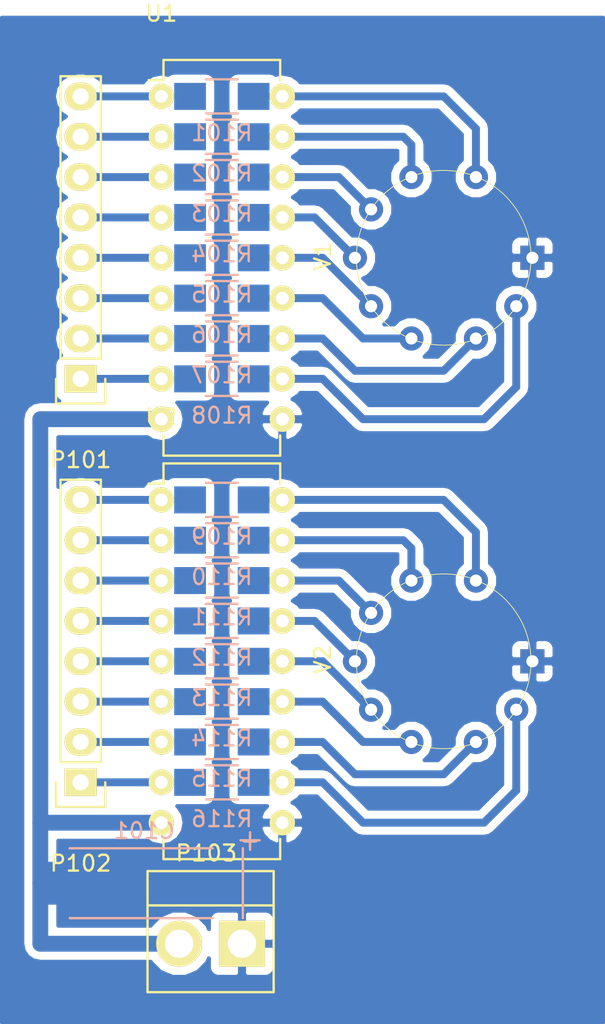
<source format=kicad_pcb>
(kicad_pcb (version 4) (host pcbnew 4.0.4-stable)

  (general
    (links 72)
    (no_connects 32)
    (area 0 0 0 0)
    (thickness 1.6)
    (drawings 0)
    (tracks 83)
    (zones 0)
    (modules 24)
    (nets 35)
  )

  (page A4)
  (layers
    (0 F.Cu signal)
    (31 B.Cu signal)
    (32 B.Adhes user)
    (33 F.Adhes user)
    (34 B.Paste user)
    (35 F.Paste user)
    (36 B.SilkS user)
    (37 F.SilkS user)
    (38 B.Mask user)
    (39 F.Mask user)
    (40 Dwgs.User user)
    (41 Cmts.User user)
    (42 Eco1.User user)
    (43 Eco2.User user)
    (44 Edge.Cuts user)
    (45 Margin user)
    (46 B.CrtYd user)
    (47 F.CrtYd user)
    (48 B.Fab user)
    (49 F.Fab user)
  )

  (setup
    (last_trace_width 0.5)
    (trace_clearance 0.3)
    (zone_clearance 0.508)
    (zone_45_only no)
    (trace_min 0.2)
    (segment_width 0.2)
    (edge_width 0.15)
    (via_size 0.6)
    (via_drill 0.4)
    (via_min_size 0.4)
    (via_min_drill 0.3)
    (uvia_size 0.3)
    (uvia_drill 0.1)
    (uvias_allowed no)
    (uvia_min_size 0.2)
    (uvia_min_drill 0.1)
    (pcb_text_width 0.3)
    (pcb_text_size 1.5 1.5)
    (mod_edge_width 0.15)
    (mod_text_size 1 1)
    (mod_text_width 0.15)
    (pad_size 1.524 1.524)
    (pad_drill 0.762)
    (pad_to_mask_clearance 0.2)
    (aux_axis_origin 0 0)
    (visible_elements FFFFFF7F)
    (pcbplotparams
      (layerselection 0x00030_80000001)
      (usegerberextensions false)
      (excludeedgelayer true)
      (linewidth 0.100000)
      (plotframeref false)
      (viasonmask false)
      (mode 1)
      (useauxorigin false)
      (hpglpennumber 1)
      (hpglpenspeed 20)
      (hpglpendiameter 15)
      (hpglpenoverlay 2)
      (psnegative false)
      (psa4output false)
      (plotreference true)
      (plotvalue true)
      (plotinvisibletext false)
      (padsonsilk false)
      (subtractmaskfromsilk false)
      (outputformat 1)
      (mirror false)
      (drillshape 1)
      (scaleselection 1)
      (outputdirectory ""))
  )

  (net 0 "")
  (net 1 /IN1_DP)
  (net 2 /IN1_B)
  (net 3 /IN1_C)
  (net 4 /IN1_A)
  (net 5 /IN1_F)
  (net 6 /IN1_G)
  (net 7 /IN1_D)
  (net 8 /IN1_E)
  (net 9 /IN2_DP)
  (net 10 /IN2_B)
  (net 11 /IN2_C)
  (net 12 /IN2_A)
  (net 13 /IN2_F)
  (net 14 /IN2_G)
  (net 15 /IN2_D)
  (net 16 /IN2_E)
  (net 17 VCC)
  (net 18 GND)
  (net 19 /OUT1_DP)
  (net 20 /OUT1_B)
  (net 21 /OUT1_C)
  (net 22 /OUT1_A)
  (net 23 /OUT1_F)
  (net 24 /OUT1_G)
  (net 25 /OUT1_D)
  (net 26 /OUT1_E)
  (net 27 /OUT2_DP)
  (net 28 /OUT2_B)
  (net 29 /OUT2_C)
  (net 30 /OUT2_A)
  (net 31 /OUT2_F)
  (net 32 /OUT2_G)
  (net 33 /OUT2_D)
  (net 34 /OUT2_E)

  (net_class Default "This is the default net class."
    (clearance 0.3)
    (trace_width 0.5)
    (via_dia 0.6)
    (via_drill 0.4)
    (uvia_dia 0.3)
    (uvia_drill 0.1)
    (add_net /IN1_A)
    (add_net /IN1_B)
    (add_net /IN1_C)
    (add_net /IN1_D)
    (add_net /IN1_DP)
    (add_net /IN1_E)
    (add_net /IN1_F)
    (add_net /IN1_G)
    (add_net /IN2_A)
    (add_net /IN2_B)
    (add_net /IN2_C)
    (add_net /IN2_D)
    (add_net /IN2_DP)
    (add_net /IN2_E)
    (add_net /IN2_F)
    (add_net /IN2_G)
    (add_net /OUT1_A)
    (add_net /OUT1_B)
    (add_net /OUT1_C)
    (add_net /OUT1_D)
    (add_net /OUT1_DP)
    (add_net /OUT1_E)
    (add_net /OUT1_F)
    (add_net /OUT1_G)
    (add_net /OUT2_A)
    (add_net /OUT2_B)
    (add_net /OUT2_C)
    (add_net /OUT2_D)
    (add_net /OUT2_DP)
    (add_net /OUT2_E)
    (add_net /OUT2_F)
    (add_net /OUT2_G)
  )

  (net_class Supply ""
    (clearance 0.3)
    (trace_width 1)
    (via_dia 0.6)
    (via_drill 0.4)
    (uvia_dia 0.3)
    (uvia_drill 0.1)
    (add_net GND)
    (add_net VCC)
  )

  (module Pin_Headers:Pin_Header_Straight_1x08 (layer F.Cu) (tedit 0) (tstamp 58259AEC)
    (at 93.98 109.22 180)
    (descr "Through hole pin header")
    (tags "pin header")
    (path /58242883)
    (fp_text reference P101 (at 0 -5.1 180) (layer F.SilkS)
      (effects (font (size 1 1) (thickness 0.15)))
    )
    (fp_text value INPUT_A (at 0 -3.1 180) (layer F.Fab)
      (effects (font (size 1 1) (thickness 0.15)))
    )
    (fp_line (start -1.75 -1.75) (end -1.75 19.55) (layer F.CrtYd) (width 0.05))
    (fp_line (start 1.75 -1.75) (end 1.75 19.55) (layer F.CrtYd) (width 0.05))
    (fp_line (start -1.75 -1.75) (end 1.75 -1.75) (layer F.CrtYd) (width 0.05))
    (fp_line (start -1.75 19.55) (end 1.75 19.55) (layer F.CrtYd) (width 0.05))
    (fp_line (start 1.27 1.27) (end 1.27 19.05) (layer F.SilkS) (width 0.15))
    (fp_line (start 1.27 19.05) (end -1.27 19.05) (layer F.SilkS) (width 0.15))
    (fp_line (start -1.27 19.05) (end -1.27 1.27) (layer F.SilkS) (width 0.15))
    (fp_line (start 1.55 -1.55) (end 1.55 0) (layer F.SilkS) (width 0.15))
    (fp_line (start 1.27 1.27) (end -1.27 1.27) (layer F.SilkS) (width 0.15))
    (fp_line (start -1.55 0) (end -1.55 -1.55) (layer F.SilkS) (width 0.15))
    (fp_line (start -1.55 -1.55) (end 1.55 -1.55) (layer F.SilkS) (width 0.15))
    (pad 1 thru_hole rect (at 0 0 180) (size 2.032 1.7272) (drill 1.016) (layers *.Cu *.Mask F.SilkS)
      (net 1 /IN1_DP))
    (pad 2 thru_hole oval (at 0 2.54 180) (size 2.032 1.7272) (drill 1.016) (layers *.Cu *.Mask F.SilkS)
      (net 2 /IN1_B))
    (pad 3 thru_hole oval (at 0 5.08 180) (size 2.032 1.7272) (drill 1.016) (layers *.Cu *.Mask F.SilkS)
      (net 3 /IN1_C))
    (pad 4 thru_hole oval (at 0 7.62 180) (size 2.032 1.7272) (drill 1.016) (layers *.Cu *.Mask F.SilkS)
      (net 4 /IN1_A))
    (pad 5 thru_hole oval (at 0 10.16 180) (size 2.032 1.7272) (drill 1.016) (layers *.Cu *.Mask F.SilkS)
      (net 5 /IN1_F))
    (pad 6 thru_hole oval (at 0 12.7 180) (size 2.032 1.7272) (drill 1.016) (layers *.Cu *.Mask F.SilkS)
      (net 6 /IN1_G))
    (pad 7 thru_hole oval (at 0 15.24 180) (size 2.032 1.7272) (drill 1.016) (layers *.Cu *.Mask F.SilkS)
      (net 7 /IN1_D))
    (pad 8 thru_hole oval (at 0 17.78 180) (size 2.032 1.7272) (drill 1.016) (layers *.Cu *.Mask F.SilkS)
      (net 8 /IN1_E))
    (model Pin_Headers.3dshapes/Pin_Header_Straight_1x08.wrl
      (at (xyz 0 -0.35 0))
      (scale (xyz 1 1 1))
      (rotate (xyz 0 0 90))
    )
  )

  (module Pin_Headers:Pin_Header_Straight_1x08 (layer F.Cu) (tedit 0) (tstamp 58259B03)
    (at 93.98 134.62 180)
    (descr "Through hole pin header")
    (tags "pin header")
    (path /58243873)
    (fp_text reference P102 (at 0 -5.1 180) (layer F.SilkS)
      (effects (font (size 1 1) (thickness 0.15)))
    )
    (fp_text value INPUT_B (at 0 -3.1 180) (layer F.Fab)
      (effects (font (size 1 1) (thickness 0.15)))
    )
    (fp_line (start -1.75 -1.75) (end -1.75 19.55) (layer F.CrtYd) (width 0.05))
    (fp_line (start 1.75 -1.75) (end 1.75 19.55) (layer F.CrtYd) (width 0.05))
    (fp_line (start -1.75 -1.75) (end 1.75 -1.75) (layer F.CrtYd) (width 0.05))
    (fp_line (start -1.75 19.55) (end 1.75 19.55) (layer F.CrtYd) (width 0.05))
    (fp_line (start 1.27 1.27) (end 1.27 19.05) (layer F.SilkS) (width 0.15))
    (fp_line (start 1.27 19.05) (end -1.27 19.05) (layer F.SilkS) (width 0.15))
    (fp_line (start -1.27 19.05) (end -1.27 1.27) (layer F.SilkS) (width 0.15))
    (fp_line (start 1.55 -1.55) (end 1.55 0) (layer F.SilkS) (width 0.15))
    (fp_line (start 1.27 1.27) (end -1.27 1.27) (layer F.SilkS) (width 0.15))
    (fp_line (start -1.55 0) (end -1.55 -1.55) (layer F.SilkS) (width 0.15))
    (fp_line (start -1.55 -1.55) (end 1.55 -1.55) (layer F.SilkS) (width 0.15))
    (pad 1 thru_hole rect (at 0 0 180) (size 2.032 1.7272) (drill 1.016) (layers *.Cu *.Mask F.SilkS)
      (net 9 /IN2_DP))
    (pad 2 thru_hole oval (at 0 2.54 180) (size 2.032 1.7272) (drill 1.016) (layers *.Cu *.Mask F.SilkS)
      (net 10 /IN2_B))
    (pad 3 thru_hole oval (at 0 5.08 180) (size 2.032 1.7272) (drill 1.016) (layers *.Cu *.Mask F.SilkS)
      (net 11 /IN2_C))
    (pad 4 thru_hole oval (at 0 7.62 180) (size 2.032 1.7272) (drill 1.016) (layers *.Cu *.Mask F.SilkS)
      (net 12 /IN2_A))
    (pad 5 thru_hole oval (at 0 10.16 180) (size 2.032 1.7272) (drill 1.016) (layers *.Cu *.Mask F.SilkS)
      (net 13 /IN2_F))
    (pad 6 thru_hole oval (at 0 12.7 180) (size 2.032 1.7272) (drill 1.016) (layers *.Cu *.Mask F.SilkS)
      (net 14 /IN2_G))
    (pad 7 thru_hole oval (at 0 15.24 180) (size 2.032 1.7272) (drill 1.016) (layers *.Cu *.Mask F.SilkS)
      (net 15 /IN2_D))
    (pad 8 thru_hole oval (at 0 17.78 180) (size 2.032 1.7272) (drill 1.016) (layers *.Cu *.Mask F.SilkS)
      (net 16 /IN2_E))
    (model Pin_Headers.3dshapes/Pin_Header_Straight_1x08.wrl
      (at (xyz 0 -0.35 0))
      (scale (xyz 1 1 1))
      (rotate (xyz 0 0 90))
    )
  )

  (module Pin_Headers:Pin_Header_Straight_1x02_Pitch3.96mm_Friction_Lock (layer F.Cu) (tedit 551E6FC5) (tstamp 58259B12)
    (at 104.14 144.78 180)
    (descr "Header Pin, Unshrouded, Friction Lock, Pitch 0.156\" (3.96mm)")
    (tags "Pin Header Straight 1x02 Pitch3.96mm 640445-2")
    (path /582427C4)
    (fp_text reference P103 (at 2.25 5.7 180) (layer F.SilkS)
      (effects (font (size 1 1) (thickness 0.15)))
    )
    (fp_text value VCC (at 2.45 -4.15 180) (layer F.Fab)
      (effects (font (size 1 1) (thickness 0.15)))
    )
    (fp_line (start -2.25 -3.3) (end 6.2 -3.3) (layer F.CrtYd) (width 0.05))
    (fp_line (start 6.2 -3.3) (end 6.2 4.85) (layer F.CrtYd) (width 0.05))
    (fp_line (start 6.2 4.85) (end -2.25 4.85) (layer F.CrtYd) (width 0.05))
    (fp_line (start -2.25 4.85) (end -2.25 -3.3) (layer F.CrtYd) (width 0.05))
    (fp_line (start -1.9939 -3.048) (end 5.9309 -3.048) (layer F.SilkS) (width 0.15))
    (fp_line (start -1.9939 4.572) (end 5.9309 4.572) (layer F.SilkS) (width 0.15))
    (fp_line (start -1.9939 2.413) (end 5.9309 2.413) (layer F.SilkS) (width 0.15))
    (fp_line (start 5.95 -3.048) (end 5.95 4.572) (layer F.SilkS) (width 0.15))
    (fp_line (start -1.9939 -3.048) (end -1.9939 4.572) (layer F.SilkS) (width 0.15))
    (pad 1 thru_hole rect (at 0 0 180) (size 2.9 2.9) (drill 1.78) (layers *.Cu *.Mask F.SilkS)
      (net 17 VCC))
    (pad 2 thru_hole circle (at 3.96 0 180) (size 2.9 2.9) (drill 1.78) (layers *.Cu *.Mask F.SilkS)
      (net 18 GND))
    (model Pin_Headers.3dshapes/Pin_Header_Straight_1x02_Pitch3.96mm_Friction_Lock.wrl
      (at (xyz 0.08 0 0.125))
      (scale (xyz 0.39 0.39 0.39))
      (rotate (xyz 0 0 180))
    )
  )

  (module iv-9:VALVE-IV-9 (layer F.Cu) (tedit 58241E98) (tstamp 58259B90)
    (at 116.84 101.6 90)
    (path /58242434)
    (fp_text reference V1 (at 0.1 -7.62 90) (layer F.SilkS)
      (effects (font (size 1 1) (thickness 0.15)))
    )
    (fp_text value IV-9 (at 0 -9.144 90) (layer F.Fab)
      (effects (font (size 1 1) (thickness 0.15)))
    )
    (fp_circle (center 0 0) (end 5.5 0) (layer F.SilkS) (width 0.05))
    (pad 1 thru_hole rect (at 0 5.588 90) (size 1.524 1.524) (drill 0.762) (layers *.Cu *.Mask)
      (net 17 VCC))
    (pad 2 thru_hole circle (at -3.048 4.572 90) (size 1.524 1.524) (drill 0.762) (layers *.Cu *.Mask)
      (net 19 /OUT1_DP))
    (pad 3 thru_hole circle (at -5.08 2.032 90) (size 1.524 1.524) (drill 0.762) (layers *.Cu *.Mask)
      (net 20 /OUT1_B))
    (pad 4 thru_hole circle (at -5.08 -2.032 90) (size 1.524 1.524) (drill 0.762) (layers *.Cu *.Mask)
      (net 21 /OUT1_C))
    (pad 5 thru_hole circle (at -3.048 -4.572 90) (size 1.524 1.524) (drill 0.762) (layers *.Cu *.Mask)
      (net 22 /OUT1_A))
    (pad 6 thru_hole circle (at 0 -5.588 90) (size 1.524 1.524) (drill 0.762) (layers *.Cu *.Mask)
      (net 23 /OUT1_F))
    (pad 7 thru_hole circle (at 3.048 -4.572 90) (size 1.524 1.524) (drill 0.762) (layers *.Cu *.Mask)
      (net 24 /OUT1_G))
    (pad 8 thru_hole circle (at 5.08 -2.032 90) (size 1.524 1.524) (drill 0.762) (layers *.Cu *.Mask)
      (net 25 /OUT1_D))
    (pad 9 thru_hole circle (at 5.08 2.032 90) (size 1.524 1.524) (drill 0.762) (layers *.Cu *.Mask)
      (net 26 /OUT1_E))
  )

  (module iv-9:VALVE-IV-9 (layer F.Cu) (tedit 58241E98) (tstamp 58259B9E)
    (at 116.84 127 90)
    (path /582420CC)
    (fp_text reference V2 (at 0.1 -7.62 90) (layer F.SilkS)
      (effects (font (size 1 1) (thickness 0.15)))
    )
    (fp_text value IV-9 (at 0 -9.144 90) (layer F.Fab)
      (effects (font (size 1 1) (thickness 0.15)))
    )
    (fp_circle (center 0 0) (end 5.5 0) (layer F.SilkS) (width 0.05))
    (pad 1 thru_hole rect (at 0 5.588 90) (size 1.524 1.524) (drill 0.762) (layers *.Cu *.Mask)
      (net 17 VCC))
    (pad 2 thru_hole circle (at -3.048 4.572 90) (size 1.524 1.524) (drill 0.762) (layers *.Cu *.Mask)
      (net 27 /OUT2_DP))
    (pad 3 thru_hole circle (at -5.08 2.032 90) (size 1.524 1.524) (drill 0.762) (layers *.Cu *.Mask)
      (net 28 /OUT2_B))
    (pad 4 thru_hole circle (at -5.08 -2.032 90) (size 1.524 1.524) (drill 0.762) (layers *.Cu *.Mask)
      (net 29 /OUT2_C))
    (pad 5 thru_hole circle (at -3.048 -4.572 90) (size 1.524 1.524) (drill 0.762) (layers *.Cu *.Mask)
      (net 30 /OUT2_A))
    (pad 6 thru_hole circle (at 0 -5.588 90) (size 1.524 1.524) (drill 0.762) (layers *.Cu *.Mask)
      (net 31 /OUT2_F))
    (pad 7 thru_hole circle (at 3.048 -4.572 90) (size 1.524 1.524) (drill 0.762) (layers *.Cu *.Mask)
      (net 32 /OUT2_G))
    (pad 8 thru_hole circle (at 5.08 -2.032 90) (size 1.524 1.524) (drill 0.762) (layers *.Cu *.Mask)
      (net 33 /OUT2_D))
    (pad 9 thru_hole circle (at 5.08 2.032 90) (size 1.524 1.524) (drill 0.762) (layers *.Cu *.Mask)
      (net 34 /OUT2_E))
  )

  (module Housings_DIP:DIP-18_W7.62mm (layer F.Cu) (tedit 54130A77) (tstamp 58265CC6)
    (at 99.06 91.44)
    (descr "18-lead dip package, row spacing 7.62 mm (300 mils)")
    (tags "dil dip 2.54 300")
    (path /5824764D)
    (fp_text reference U1 (at 0 -5.22) (layer F.SilkS)
      (effects (font (size 1 1) (thickness 0.15)))
    )
    (fp_text value ULN2803 (at 0 -3.72) (layer F.Fab)
      (effects (font (size 1 1) (thickness 0.15)))
    )
    (fp_line (start -1.05 -2.45) (end -1.05 22.8) (layer F.CrtYd) (width 0.05))
    (fp_line (start 8.65 -2.45) (end 8.65 22.8) (layer F.CrtYd) (width 0.05))
    (fp_line (start -1.05 -2.45) (end 8.65 -2.45) (layer F.CrtYd) (width 0.05))
    (fp_line (start -1.05 22.8) (end 8.65 22.8) (layer F.CrtYd) (width 0.05))
    (fp_line (start 0.135 -2.295) (end 0.135 -1.025) (layer F.SilkS) (width 0.15))
    (fp_line (start 7.485 -2.295) (end 7.485 -1.025) (layer F.SilkS) (width 0.15))
    (fp_line (start 7.485 22.615) (end 7.485 21.345) (layer F.SilkS) (width 0.15))
    (fp_line (start 0.135 22.615) (end 0.135 21.345) (layer F.SilkS) (width 0.15))
    (fp_line (start 0.135 -2.295) (end 7.485 -2.295) (layer F.SilkS) (width 0.15))
    (fp_line (start 0.135 22.615) (end 7.485 22.615) (layer F.SilkS) (width 0.15))
    (fp_line (start 0.135 -1.025) (end -0.8 -1.025) (layer F.SilkS) (width 0.15))
    (pad 1 thru_hole oval (at 0 0) (size 1.6 1.6) (drill 0.8) (layers *.Cu *.Mask F.SilkS)
      (net 8 /IN1_E))
    (pad 2 thru_hole oval (at 0 2.54) (size 1.6 1.6) (drill 0.8) (layers *.Cu *.Mask F.SilkS)
      (net 7 /IN1_D))
    (pad 3 thru_hole oval (at 0 5.08) (size 1.6 1.6) (drill 0.8) (layers *.Cu *.Mask F.SilkS)
      (net 6 /IN1_G))
    (pad 4 thru_hole oval (at 0 7.62) (size 1.6 1.6) (drill 0.8) (layers *.Cu *.Mask F.SilkS)
      (net 5 /IN1_F))
    (pad 5 thru_hole oval (at 0 10.16) (size 1.6 1.6) (drill 0.8) (layers *.Cu *.Mask F.SilkS)
      (net 4 /IN1_A))
    (pad 6 thru_hole oval (at 0 12.7) (size 1.6 1.6) (drill 0.8) (layers *.Cu *.Mask F.SilkS)
      (net 3 /IN1_C))
    (pad 7 thru_hole oval (at 0 15.24) (size 1.6 1.6) (drill 0.8) (layers *.Cu *.Mask F.SilkS)
      (net 2 /IN1_B))
    (pad 8 thru_hole oval (at 0 17.78) (size 1.6 1.6) (drill 0.8) (layers *.Cu *.Mask F.SilkS)
      (net 1 /IN1_DP))
    (pad 9 thru_hole oval (at 0 20.32) (size 1.6 1.6) (drill 0.8) (layers *.Cu *.Mask F.SilkS)
      (net 18 GND))
    (pad 10 thru_hole oval (at 7.62 20.32) (size 1.6 1.6) (drill 0.8) (layers *.Cu *.Mask F.SilkS)
      (net 17 VCC))
    (pad 11 thru_hole oval (at 7.62 17.78) (size 1.6 1.6) (drill 0.8) (layers *.Cu *.Mask F.SilkS)
      (net 19 /OUT1_DP))
    (pad 12 thru_hole oval (at 7.62 15.24) (size 1.6 1.6) (drill 0.8) (layers *.Cu *.Mask F.SilkS)
      (net 20 /OUT1_B))
    (pad 13 thru_hole oval (at 7.62 12.7) (size 1.6 1.6) (drill 0.8) (layers *.Cu *.Mask F.SilkS)
      (net 21 /OUT1_C))
    (pad 14 thru_hole oval (at 7.62 10.16) (size 1.6 1.6) (drill 0.8) (layers *.Cu *.Mask F.SilkS)
      (net 22 /OUT1_A))
    (pad 15 thru_hole oval (at 7.62 7.62) (size 1.6 1.6) (drill 0.8) (layers *.Cu *.Mask F.SilkS)
      (net 23 /OUT1_F))
    (pad 16 thru_hole oval (at 7.62 5.08) (size 1.6 1.6) (drill 0.8) (layers *.Cu *.Mask F.SilkS)
      (net 24 /OUT1_G))
    (pad 17 thru_hole oval (at 7.62 2.54) (size 1.6 1.6) (drill 0.8) (layers *.Cu *.Mask F.SilkS)
      (net 25 /OUT1_D))
    (pad 18 thru_hole oval (at 7.62 0) (size 1.6 1.6) (drill 0.8) (layers *.Cu *.Mask F.SilkS)
      (net 26 /OUT1_E))
    (model Housings_DIP.3dshapes/DIP-18_W7.62mm.wrl
      (at (xyz 0 0 0))
      (scale (xyz 1 1 1))
      (rotate (xyz 0 0 0))
    )
  )

  (module Housings_DIP:DIP-18_W7.62mm (layer F.Cu) (tedit 54130A77) (tstamp 58265CDC)
    (at 99.060001 116.840001)
    (descr "18-lead dip package, row spacing 7.62 mm (300 mils)")
    (tags "dil dip 2.54 300")
    (path /58247BAE)
    (fp_text reference U2 (at 0 -5.22) (layer F.SilkS)
      (effects (font (size 1 1) (thickness 0.15)))
    )
    (fp_text value ULN2803 (at 0 -3.72) (layer F.Fab)
      (effects (font (size 1 1) (thickness 0.15)))
    )
    (fp_line (start -1.05 -2.45) (end -1.05 22.8) (layer F.CrtYd) (width 0.05))
    (fp_line (start 8.65 -2.45) (end 8.65 22.8) (layer F.CrtYd) (width 0.05))
    (fp_line (start -1.05 -2.45) (end 8.65 -2.45) (layer F.CrtYd) (width 0.05))
    (fp_line (start -1.05 22.8) (end 8.65 22.8) (layer F.CrtYd) (width 0.05))
    (fp_line (start 0.135 -2.295) (end 0.135 -1.025) (layer F.SilkS) (width 0.15))
    (fp_line (start 7.485 -2.295) (end 7.485 -1.025) (layer F.SilkS) (width 0.15))
    (fp_line (start 7.485 22.615) (end 7.485 21.345) (layer F.SilkS) (width 0.15))
    (fp_line (start 0.135 22.615) (end 0.135 21.345) (layer F.SilkS) (width 0.15))
    (fp_line (start 0.135 -2.295) (end 7.485 -2.295) (layer F.SilkS) (width 0.15))
    (fp_line (start 0.135 22.615) (end 7.485 22.615) (layer F.SilkS) (width 0.15))
    (fp_line (start 0.135 -1.025) (end -0.8 -1.025) (layer F.SilkS) (width 0.15))
    (pad 1 thru_hole oval (at 0 0) (size 1.6 1.6) (drill 0.8) (layers *.Cu *.Mask F.SilkS)
      (net 16 /IN2_E))
    (pad 2 thru_hole oval (at 0 2.54) (size 1.6 1.6) (drill 0.8) (layers *.Cu *.Mask F.SilkS)
      (net 15 /IN2_D))
    (pad 3 thru_hole oval (at 0 5.08) (size 1.6 1.6) (drill 0.8) (layers *.Cu *.Mask F.SilkS)
      (net 14 /IN2_G))
    (pad 4 thru_hole oval (at 0 7.62) (size 1.6 1.6) (drill 0.8) (layers *.Cu *.Mask F.SilkS)
      (net 13 /IN2_F))
    (pad 5 thru_hole oval (at 0 10.16) (size 1.6 1.6) (drill 0.8) (layers *.Cu *.Mask F.SilkS)
      (net 12 /IN2_A))
    (pad 6 thru_hole oval (at 0 12.7) (size 1.6 1.6) (drill 0.8) (layers *.Cu *.Mask F.SilkS)
      (net 11 /IN2_C))
    (pad 7 thru_hole oval (at 0 15.24) (size 1.6 1.6) (drill 0.8) (layers *.Cu *.Mask F.SilkS)
      (net 10 /IN2_B))
    (pad 8 thru_hole oval (at 0 17.78) (size 1.6 1.6) (drill 0.8) (layers *.Cu *.Mask F.SilkS)
      (net 9 /IN2_DP))
    (pad 9 thru_hole oval (at 0 20.32) (size 1.6 1.6) (drill 0.8) (layers *.Cu *.Mask F.SilkS)
      (net 18 GND))
    (pad 10 thru_hole oval (at 7.62 20.32) (size 1.6 1.6) (drill 0.8) (layers *.Cu *.Mask F.SilkS)
      (net 17 VCC))
    (pad 11 thru_hole oval (at 7.62 17.78) (size 1.6 1.6) (drill 0.8) (layers *.Cu *.Mask F.SilkS)
      (net 27 /OUT2_DP))
    (pad 12 thru_hole oval (at 7.62 15.24) (size 1.6 1.6) (drill 0.8) (layers *.Cu *.Mask F.SilkS)
      (net 28 /OUT2_B))
    (pad 13 thru_hole oval (at 7.62 12.7) (size 1.6 1.6) (drill 0.8) (layers *.Cu *.Mask F.SilkS)
      (net 29 /OUT2_C))
    (pad 14 thru_hole oval (at 7.62 10.16) (size 1.6 1.6) (drill 0.8) (layers *.Cu *.Mask F.SilkS)
      (net 30 /OUT2_A))
    (pad 15 thru_hole oval (at 7.62 7.62) (size 1.6 1.6) (drill 0.8) (layers *.Cu *.Mask F.SilkS)
      (net 31 /OUT2_F))
    (pad 16 thru_hole oval (at 7.62 5.08) (size 1.6 1.6) (drill 0.8) (layers *.Cu *.Mask F.SilkS)
      (net 32 /OUT2_G))
    (pad 17 thru_hole oval (at 7.62 2.54) (size 1.6 1.6) (drill 0.8) (layers *.Cu *.Mask F.SilkS)
      (net 33 /OUT2_D))
    (pad 18 thru_hole oval (at 7.62 0) (size 1.6 1.6) (drill 0.8) (layers *.Cu *.Mask F.SilkS)
      (net 34 /OUT2_E))
    (model Housings_DIP.3dshapes/DIP-18_W7.62mm.wrl
      (at (xyz 0 0 0))
      (scale (xyz 1 1 1))
      (rotate (xyz 0 0 0))
    )
  )

  (module Resistors_SMD:R_1206_HandSoldering (layer B.Cu) (tedit 5418A20D) (tstamp 5826BBE9)
    (at 102.87 91.44)
    (descr "Resistor SMD 1206, hand soldering")
    (tags "resistor 1206")
    (path /582487BC)
    (attr smd)
    (fp_text reference R101 (at 0 2.3) (layer B.SilkS)
      (effects (font (size 1 1) (thickness 0.15)) (justify mirror))
    )
    (fp_text value 220 (at 0 -2.3) (layer B.Fab)
      (effects (font (size 1 1) (thickness 0.15)) (justify mirror))
    )
    (fp_line (start -3.3 1.2) (end 3.3 1.2) (layer B.CrtYd) (width 0.05))
    (fp_line (start -3.3 -1.2) (end 3.3 -1.2) (layer B.CrtYd) (width 0.05))
    (fp_line (start -3.3 1.2) (end -3.3 -1.2) (layer B.CrtYd) (width 0.05))
    (fp_line (start 3.3 1.2) (end 3.3 -1.2) (layer B.CrtYd) (width 0.05))
    (fp_line (start 1 -1.075) (end -1 -1.075) (layer B.SilkS) (width 0.15))
    (fp_line (start -1 1.075) (end 1 1.075) (layer B.SilkS) (width 0.15))
    (pad 1 smd rect (at -2 0) (size 2 1.7) (layers B.Cu B.Paste B.Mask)
      (net 8 /IN1_E))
    (pad 2 smd rect (at 2 0) (size 2 1.7) (layers B.Cu B.Paste B.Mask)
      (net 26 /OUT1_E))
    (model Resistors_SMD.3dshapes/R_1206_HandSoldering.wrl
      (at (xyz 0 0 0))
      (scale (xyz 1 1 1))
      (rotate (xyz 0 0 0))
    )
  )

  (module Resistors_SMD:R_1206_HandSoldering (layer B.Cu) (tedit 5418A20D) (tstamp 5826BBEF)
    (at 102.87 93.98)
    (descr "Resistor SMD 1206, hand soldering")
    (tags "resistor 1206")
    (path /582487C2)
    (attr smd)
    (fp_text reference R102 (at 0 2.3) (layer B.SilkS)
      (effects (font (size 1 1) (thickness 0.15)) (justify mirror))
    )
    (fp_text value 220 (at 0 -2.3) (layer B.Fab)
      (effects (font (size 1 1) (thickness 0.15)) (justify mirror))
    )
    (fp_line (start -3.3 1.2) (end 3.3 1.2) (layer B.CrtYd) (width 0.05))
    (fp_line (start -3.3 -1.2) (end 3.3 -1.2) (layer B.CrtYd) (width 0.05))
    (fp_line (start -3.3 1.2) (end -3.3 -1.2) (layer B.CrtYd) (width 0.05))
    (fp_line (start 3.3 1.2) (end 3.3 -1.2) (layer B.CrtYd) (width 0.05))
    (fp_line (start 1 -1.075) (end -1 -1.075) (layer B.SilkS) (width 0.15))
    (fp_line (start -1 1.075) (end 1 1.075) (layer B.SilkS) (width 0.15))
    (pad 1 smd rect (at -2 0) (size 2 1.7) (layers B.Cu B.Paste B.Mask)
      (net 7 /IN1_D))
    (pad 2 smd rect (at 2 0) (size 2 1.7) (layers B.Cu B.Paste B.Mask)
      (net 25 /OUT1_D))
    (model Resistors_SMD.3dshapes/R_1206_HandSoldering.wrl
      (at (xyz 0 0 0))
      (scale (xyz 1 1 1))
      (rotate (xyz 0 0 0))
    )
  )

  (module Resistors_SMD:R_1206_HandSoldering (layer B.Cu) (tedit 5418A20D) (tstamp 5826BBF5)
    (at 102.87 96.52)
    (descr "Resistor SMD 1206, hand soldering")
    (tags "resistor 1206")
    (path /582487C8)
    (attr smd)
    (fp_text reference R103 (at 0 2.3) (layer B.SilkS)
      (effects (font (size 1 1) (thickness 0.15)) (justify mirror))
    )
    (fp_text value 220 (at 0 -2.3) (layer B.Fab)
      (effects (font (size 1 1) (thickness 0.15)) (justify mirror))
    )
    (fp_line (start -3.3 1.2) (end 3.3 1.2) (layer B.CrtYd) (width 0.05))
    (fp_line (start -3.3 -1.2) (end 3.3 -1.2) (layer B.CrtYd) (width 0.05))
    (fp_line (start -3.3 1.2) (end -3.3 -1.2) (layer B.CrtYd) (width 0.05))
    (fp_line (start 3.3 1.2) (end 3.3 -1.2) (layer B.CrtYd) (width 0.05))
    (fp_line (start 1 -1.075) (end -1 -1.075) (layer B.SilkS) (width 0.15))
    (fp_line (start -1 1.075) (end 1 1.075) (layer B.SilkS) (width 0.15))
    (pad 1 smd rect (at -2 0) (size 2 1.7) (layers B.Cu B.Paste B.Mask)
      (net 6 /IN1_G))
    (pad 2 smd rect (at 2 0) (size 2 1.7) (layers B.Cu B.Paste B.Mask)
      (net 24 /OUT1_G))
    (model Resistors_SMD.3dshapes/R_1206_HandSoldering.wrl
      (at (xyz 0 0 0))
      (scale (xyz 1 1 1))
      (rotate (xyz 0 0 0))
    )
  )

  (module Resistors_SMD:R_1206_HandSoldering (layer B.Cu) (tedit 5418A20D) (tstamp 5826BBFB)
    (at 102.87 99.06)
    (descr "Resistor SMD 1206, hand soldering")
    (tags "resistor 1206")
    (path /582487CE)
    (attr smd)
    (fp_text reference R104 (at 0 2.3) (layer B.SilkS)
      (effects (font (size 1 1) (thickness 0.15)) (justify mirror))
    )
    (fp_text value 220 (at 0 -2.3) (layer B.Fab)
      (effects (font (size 1 1) (thickness 0.15)) (justify mirror))
    )
    (fp_line (start -3.3 1.2) (end 3.3 1.2) (layer B.CrtYd) (width 0.05))
    (fp_line (start -3.3 -1.2) (end 3.3 -1.2) (layer B.CrtYd) (width 0.05))
    (fp_line (start -3.3 1.2) (end -3.3 -1.2) (layer B.CrtYd) (width 0.05))
    (fp_line (start 3.3 1.2) (end 3.3 -1.2) (layer B.CrtYd) (width 0.05))
    (fp_line (start 1 -1.075) (end -1 -1.075) (layer B.SilkS) (width 0.15))
    (fp_line (start -1 1.075) (end 1 1.075) (layer B.SilkS) (width 0.15))
    (pad 1 smd rect (at -2 0) (size 2 1.7) (layers B.Cu B.Paste B.Mask)
      (net 5 /IN1_F))
    (pad 2 smd rect (at 2 0) (size 2 1.7) (layers B.Cu B.Paste B.Mask)
      (net 23 /OUT1_F))
    (model Resistors_SMD.3dshapes/R_1206_HandSoldering.wrl
      (at (xyz 0 0 0))
      (scale (xyz 1 1 1))
      (rotate (xyz 0 0 0))
    )
  )

  (module Resistors_SMD:R_1206_HandSoldering (layer B.Cu) (tedit 5418A20D) (tstamp 5826BC01)
    (at 102.87 101.6)
    (descr "Resistor SMD 1206, hand soldering")
    (tags "resistor 1206")
    (path /582487D4)
    (attr smd)
    (fp_text reference R105 (at 0 2.3) (layer B.SilkS)
      (effects (font (size 1 1) (thickness 0.15)) (justify mirror))
    )
    (fp_text value 220 (at 0 -2.3) (layer B.Fab)
      (effects (font (size 1 1) (thickness 0.15)) (justify mirror))
    )
    (fp_line (start -3.3 1.2) (end 3.3 1.2) (layer B.CrtYd) (width 0.05))
    (fp_line (start -3.3 -1.2) (end 3.3 -1.2) (layer B.CrtYd) (width 0.05))
    (fp_line (start -3.3 1.2) (end -3.3 -1.2) (layer B.CrtYd) (width 0.05))
    (fp_line (start 3.3 1.2) (end 3.3 -1.2) (layer B.CrtYd) (width 0.05))
    (fp_line (start 1 -1.075) (end -1 -1.075) (layer B.SilkS) (width 0.15))
    (fp_line (start -1 1.075) (end 1 1.075) (layer B.SilkS) (width 0.15))
    (pad 1 smd rect (at -2 0) (size 2 1.7) (layers B.Cu B.Paste B.Mask)
      (net 4 /IN1_A))
    (pad 2 smd rect (at 2 0) (size 2 1.7) (layers B.Cu B.Paste B.Mask)
      (net 22 /OUT1_A))
    (model Resistors_SMD.3dshapes/R_1206_HandSoldering.wrl
      (at (xyz 0 0 0))
      (scale (xyz 1 1 1))
      (rotate (xyz 0 0 0))
    )
  )

  (module Resistors_SMD:R_1206_HandSoldering (layer B.Cu) (tedit 5418A20D) (tstamp 5826BC07)
    (at 102.87 104.14)
    (descr "Resistor SMD 1206, hand soldering")
    (tags "resistor 1206")
    (path /582487DA)
    (attr smd)
    (fp_text reference R106 (at 0 2.3) (layer B.SilkS)
      (effects (font (size 1 1) (thickness 0.15)) (justify mirror))
    )
    (fp_text value 220 (at 0 -2.3) (layer B.Fab)
      (effects (font (size 1 1) (thickness 0.15)) (justify mirror))
    )
    (fp_line (start -3.3 1.2) (end 3.3 1.2) (layer B.CrtYd) (width 0.05))
    (fp_line (start -3.3 -1.2) (end 3.3 -1.2) (layer B.CrtYd) (width 0.05))
    (fp_line (start -3.3 1.2) (end -3.3 -1.2) (layer B.CrtYd) (width 0.05))
    (fp_line (start 3.3 1.2) (end 3.3 -1.2) (layer B.CrtYd) (width 0.05))
    (fp_line (start 1 -1.075) (end -1 -1.075) (layer B.SilkS) (width 0.15))
    (fp_line (start -1 1.075) (end 1 1.075) (layer B.SilkS) (width 0.15))
    (pad 1 smd rect (at -2 0) (size 2 1.7) (layers B.Cu B.Paste B.Mask)
      (net 3 /IN1_C))
    (pad 2 smd rect (at 2 0) (size 2 1.7) (layers B.Cu B.Paste B.Mask)
      (net 21 /OUT1_C))
    (model Resistors_SMD.3dshapes/R_1206_HandSoldering.wrl
      (at (xyz 0 0 0))
      (scale (xyz 1 1 1))
      (rotate (xyz 0 0 0))
    )
  )

  (module Resistors_SMD:R_1206_HandSoldering (layer B.Cu) (tedit 5418A20D) (tstamp 5826BC0D)
    (at 102.87 106.68)
    (descr "Resistor SMD 1206, hand soldering")
    (tags "resistor 1206")
    (path /582487E0)
    (attr smd)
    (fp_text reference R107 (at 0 2.3) (layer B.SilkS)
      (effects (font (size 1 1) (thickness 0.15)) (justify mirror))
    )
    (fp_text value 220 (at 0 -2.3) (layer B.Fab)
      (effects (font (size 1 1) (thickness 0.15)) (justify mirror))
    )
    (fp_line (start -3.3 1.2) (end 3.3 1.2) (layer B.CrtYd) (width 0.05))
    (fp_line (start -3.3 -1.2) (end 3.3 -1.2) (layer B.CrtYd) (width 0.05))
    (fp_line (start -3.3 1.2) (end -3.3 -1.2) (layer B.CrtYd) (width 0.05))
    (fp_line (start 3.3 1.2) (end 3.3 -1.2) (layer B.CrtYd) (width 0.05))
    (fp_line (start 1 -1.075) (end -1 -1.075) (layer B.SilkS) (width 0.15))
    (fp_line (start -1 1.075) (end 1 1.075) (layer B.SilkS) (width 0.15))
    (pad 1 smd rect (at -2 0) (size 2 1.7) (layers B.Cu B.Paste B.Mask)
      (net 2 /IN1_B))
    (pad 2 smd rect (at 2 0) (size 2 1.7) (layers B.Cu B.Paste B.Mask)
      (net 20 /OUT1_B))
    (model Resistors_SMD.3dshapes/R_1206_HandSoldering.wrl
      (at (xyz 0 0 0))
      (scale (xyz 1 1 1))
      (rotate (xyz 0 0 0))
    )
  )

  (module Resistors_SMD:R_1206_HandSoldering (layer B.Cu) (tedit 5418A20D) (tstamp 5826BC13)
    (at 102.87 109.22)
    (descr "Resistor SMD 1206, hand soldering")
    (tags "resistor 1206")
    (path /582487E6)
    (attr smd)
    (fp_text reference R108 (at 0 2.3) (layer B.SilkS)
      (effects (font (size 1 1) (thickness 0.15)) (justify mirror))
    )
    (fp_text value 220 (at 0 -2.3) (layer B.Fab)
      (effects (font (size 1 1) (thickness 0.15)) (justify mirror))
    )
    (fp_line (start -3.3 1.2) (end 3.3 1.2) (layer B.CrtYd) (width 0.05))
    (fp_line (start -3.3 -1.2) (end 3.3 -1.2) (layer B.CrtYd) (width 0.05))
    (fp_line (start -3.3 1.2) (end -3.3 -1.2) (layer B.CrtYd) (width 0.05))
    (fp_line (start 3.3 1.2) (end 3.3 -1.2) (layer B.CrtYd) (width 0.05))
    (fp_line (start 1 -1.075) (end -1 -1.075) (layer B.SilkS) (width 0.15))
    (fp_line (start -1 1.075) (end 1 1.075) (layer B.SilkS) (width 0.15))
    (pad 1 smd rect (at -2 0) (size 2 1.7) (layers B.Cu B.Paste B.Mask)
      (net 1 /IN1_DP))
    (pad 2 smd rect (at 2 0) (size 2 1.7) (layers B.Cu B.Paste B.Mask)
      (net 19 /OUT1_DP))
    (model Resistors_SMD.3dshapes/R_1206_HandSoldering.wrl
      (at (xyz 0 0 0))
      (scale (xyz 1 1 1))
      (rotate (xyz 0 0 0))
    )
  )

  (module Resistors_SMD:R_1206_HandSoldering (layer B.Cu) (tedit 5418A20D) (tstamp 5826BC19)
    (at 102.87 116.84)
    (descr "Resistor SMD 1206, hand soldering")
    (tags "resistor 1206")
    (path /582484F7)
    (attr smd)
    (fp_text reference R109 (at 0 2.3) (layer B.SilkS)
      (effects (font (size 1 1) (thickness 0.15)) (justify mirror))
    )
    (fp_text value 220 (at 0 -2.3) (layer B.Fab)
      (effects (font (size 1 1) (thickness 0.15)) (justify mirror))
    )
    (fp_line (start -3.3 1.2) (end 3.3 1.2) (layer B.CrtYd) (width 0.05))
    (fp_line (start -3.3 -1.2) (end 3.3 -1.2) (layer B.CrtYd) (width 0.05))
    (fp_line (start -3.3 1.2) (end -3.3 -1.2) (layer B.CrtYd) (width 0.05))
    (fp_line (start 3.3 1.2) (end 3.3 -1.2) (layer B.CrtYd) (width 0.05))
    (fp_line (start 1 -1.075) (end -1 -1.075) (layer B.SilkS) (width 0.15))
    (fp_line (start -1 1.075) (end 1 1.075) (layer B.SilkS) (width 0.15))
    (pad 1 smd rect (at -2 0) (size 2 1.7) (layers B.Cu B.Paste B.Mask)
      (net 16 /IN2_E))
    (pad 2 smd rect (at 2 0) (size 2 1.7) (layers B.Cu B.Paste B.Mask)
      (net 34 /OUT2_E))
    (model Resistors_SMD.3dshapes/R_1206_HandSoldering.wrl
      (at (xyz 0 0 0))
      (scale (xyz 1 1 1))
      (rotate (xyz 0 0 0))
    )
  )

  (module Resistors_SMD:R_1206_HandSoldering (layer B.Cu) (tedit 5418A20D) (tstamp 5826BC1F)
    (at 102.87 119.38)
    (descr "Resistor SMD 1206, hand soldering")
    (tags "resistor 1206")
    (path /5824858D)
    (attr smd)
    (fp_text reference R110 (at 0 2.3) (layer B.SilkS)
      (effects (font (size 1 1) (thickness 0.15)) (justify mirror))
    )
    (fp_text value 220 (at 0 -2.3) (layer B.Fab)
      (effects (font (size 1 1) (thickness 0.15)) (justify mirror))
    )
    (fp_line (start -3.3 1.2) (end 3.3 1.2) (layer B.CrtYd) (width 0.05))
    (fp_line (start -3.3 -1.2) (end 3.3 -1.2) (layer B.CrtYd) (width 0.05))
    (fp_line (start -3.3 1.2) (end -3.3 -1.2) (layer B.CrtYd) (width 0.05))
    (fp_line (start 3.3 1.2) (end 3.3 -1.2) (layer B.CrtYd) (width 0.05))
    (fp_line (start 1 -1.075) (end -1 -1.075) (layer B.SilkS) (width 0.15))
    (fp_line (start -1 1.075) (end 1 1.075) (layer B.SilkS) (width 0.15))
    (pad 1 smd rect (at -2 0) (size 2 1.7) (layers B.Cu B.Paste B.Mask)
      (net 15 /IN2_D))
    (pad 2 smd rect (at 2 0) (size 2 1.7) (layers B.Cu B.Paste B.Mask)
      (net 33 /OUT2_D))
    (model Resistors_SMD.3dshapes/R_1206_HandSoldering.wrl
      (at (xyz 0 0 0))
      (scale (xyz 1 1 1))
      (rotate (xyz 0 0 0))
    )
  )

  (module Resistors_SMD:R_1206_HandSoldering (layer B.Cu) (tedit 5418A20D) (tstamp 5826BC25)
    (at 102.87 121.92)
    (descr "Resistor SMD 1206, hand soldering")
    (tags "resistor 1206")
    (path /582485E6)
    (attr smd)
    (fp_text reference R111 (at 0 2.3) (layer B.SilkS)
      (effects (font (size 1 1) (thickness 0.15)) (justify mirror))
    )
    (fp_text value 220 (at 0 -2.3) (layer B.Fab)
      (effects (font (size 1 1) (thickness 0.15)) (justify mirror))
    )
    (fp_line (start -3.3 1.2) (end 3.3 1.2) (layer B.CrtYd) (width 0.05))
    (fp_line (start -3.3 -1.2) (end 3.3 -1.2) (layer B.CrtYd) (width 0.05))
    (fp_line (start -3.3 1.2) (end -3.3 -1.2) (layer B.CrtYd) (width 0.05))
    (fp_line (start 3.3 1.2) (end 3.3 -1.2) (layer B.CrtYd) (width 0.05))
    (fp_line (start 1 -1.075) (end -1 -1.075) (layer B.SilkS) (width 0.15))
    (fp_line (start -1 1.075) (end 1 1.075) (layer B.SilkS) (width 0.15))
    (pad 1 smd rect (at -2 0) (size 2 1.7) (layers B.Cu B.Paste B.Mask)
      (net 14 /IN2_G))
    (pad 2 smd rect (at 2 0) (size 2 1.7) (layers B.Cu B.Paste B.Mask)
      (net 32 /OUT2_G))
    (model Resistors_SMD.3dshapes/R_1206_HandSoldering.wrl
      (at (xyz 0 0 0))
      (scale (xyz 1 1 1))
      (rotate (xyz 0 0 0))
    )
  )

  (module Resistors_SMD:R_1206_HandSoldering (layer B.Cu) (tedit 5418A20D) (tstamp 5826BC2B)
    (at 102.87 124.46)
    (descr "Resistor SMD 1206, hand soldering")
    (tags "resistor 1206")
    (path /58248606)
    (attr smd)
    (fp_text reference R112 (at 0 2.3) (layer B.SilkS)
      (effects (font (size 1 1) (thickness 0.15)) (justify mirror))
    )
    (fp_text value 220 (at 0 -2.3) (layer B.Fab)
      (effects (font (size 1 1) (thickness 0.15)) (justify mirror))
    )
    (fp_line (start -3.3 1.2) (end 3.3 1.2) (layer B.CrtYd) (width 0.05))
    (fp_line (start -3.3 -1.2) (end 3.3 -1.2) (layer B.CrtYd) (width 0.05))
    (fp_line (start -3.3 1.2) (end -3.3 -1.2) (layer B.CrtYd) (width 0.05))
    (fp_line (start 3.3 1.2) (end 3.3 -1.2) (layer B.CrtYd) (width 0.05))
    (fp_line (start 1 -1.075) (end -1 -1.075) (layer B.SilkS) (width 0.15))
    (fp_line (start -1 1.075) (end 1 1.075) (layer B.SilkS) (width 0.15))
    (pad 1 smd rect (at -2 0) (size 2 1.7) (layers B.Cu B.Paste B.Mask)
      (net 13 /IN2_F))
    (pad 2 smd rect (at 2 0) (size 2 1.7) (layers B.Cu B.Paste B.Mask)
      (net 31 /OUT2_F))
    (model Resistors_SMD.3dshapes/R_1206_HandSoldering.wrl
      (at (xyz 0 0 0))
      (scale (xyz 1 1 1))
      (rotate (xyz 0 0 0))
    )
  )

  (module Resistors_SMD:R_1206_HandSoldering (layer B.Cu) (tedit 5418A20D) (tstamp 5826BC31)
    (at 102.87 127)
    (descr "Resistor SMD 1206, hand soldering")
    (tags "resistor 1206")
    (path /58248626)
    (attr smd)
    (fp_text reference R113 (at 0 2.3) (layer B.SilkS)
      (effects (font (size 1 1) (thickness 0.15)) (justify mirror))
    )
    (fp_text value 220 (at 0 -2.3) (layer B.Fab)
      (effects (font (size 1 1) (thickness 0.15)) (justify mirror))
    )
    (fp_line (start -3.3 1.2) (end 3.3 1.2) (layer B.CrtYd) (width 0.05))
    (fp_line (start -3.3 -1.2) (end 3.3 -1.2) (layer B.CrtYd) (width 0.05))
    (fp_line (start -3.3 1.2) (end -3.3 -1.2) (layer B.CrtYd) (width 0.05))
    (fp_line (start 3.3 1.2) (end 3.3 -1.2) (layer B.CrtYd) (width 0.05))
    (fp_line (start 1 -1.075) (end -1 -1.075) (layer B.SilkS) (width 0.15))
    (fp_line (start -1 1.075) (end 1 1.075) (layer B.SilkS) (width 0.15))
    (pad 1 smd rect (at -2 0) (size 2 1.7) (layers B.Cu B.Paste B.Mask)
      (net 12 /IN2_A))
    (pad 2 smd rect (at 2 0) (size 2 1.7) (layers B.Cu B.Paste B.Mask)
      (net 30 /OUT2_A))
    (model Resistors_SMD.3dshapes/R_1206_HandSoldering.wrl
      (at (xyz 0 0 0))
      (scale (xyz 1 1 1))
      (rotate (xyz 0 0 0))
    )
  )

  (module Resistors_SMD:R_1206_HandSoldering (layer B.Cu) (tedit 5418A20D) (tstamp 5826BC37)
    (at 102.87 129.54)
    (descr "Resistor SMD 1206, hand soldering")
    (tags "resistor 1206")
    (path /58248646)
    (attr smd)
    (fp_text reference R114 (at 0 2.3) (layer B.SilkS)
      (effects (font (size 1 1) (thickness 0.15)) (justify mirror))
    )
    (fp_text value 220 (at 0 -2.3) (layer B.Fab)
      (effects (font (size 1 1) (thickness 0.15)) (justify mirror))
    )
    (fp_line (start -3.3 1.2) (end 3.3 1.2) (layer B.CrtYd) (width 0.05))
    (fp_line (start -3.3 -1.2) (end 3.3 -1.2) (layer B.CrtYd) (width 0.05))
    (fp_line (start -3.3 1.2) (end -3.3 -1.2) (layer B.CrtYd) (width 0.05))
    (fp_line (start 3.3 1.2) (end 3.3 -1.2) (layer B.CrtYd) (width 0.05))
    (fp_line (start 1 -1.075) (end -1 -1.075) (layer B.SilkS) (width 0.15))
    (fp_line (start -1 1.075) (end 1 1.075) (layer B.SilkS) (width 0.15))
    (pad 1 smd rect (at -2 0) (size 2 1.7) (layers B.Cu B.Paste B.Mask)
      (net 11 /IN2_C))
    (pad 2 smd rect (at 2 0) (size 2 1.7) (layers B.Cu B.Paste B.Mask)
      (net 29 /OUT2_C))
    (model Resistors_SMD.3dshapes/R_1206_HandSoldering.wrl
      (at (xyz 0 0 0))
      (scale (xyz 1 1 1))
      (rotate (xyz 0 0 0))
    )
  )

  (module Resistors_SMD:R_1206_HandSoldering (layer B.Cu) (tedit 5418A20D) (tstamp 5826BC3D)
    (at 102.87 132.08)
    (descr "Resistor SMD 1206, hand soldering")
    (tags "resistor 1206")
    (path /58248685)
    (attr smd)
    (fp_text reference R115 (at 0 2.3) (layer B.SilkS)
      (effects (font (size 1 1) (thickness 0.15)) (justify mirror))
    )
    (fp_text value 220 (at 0 -2.3) (layer B.Fab)
      (effects (font (size 1 1) (thickness 0.15)) (justify mirror))
    )
    (fp_line (start -3.3 1.2) (end 3.3 1.2) (layer B.CrtYd) (width 0.05))
    (fp_line (start -3.3 -1.2) (end 3.3 -1.2) (layer B.CrtYd) (width 0.05))
    (fp_line (start -3.3 1.2) (end -3.3 -1.2) (layer B.CrtYd) (width 0.05))
    (fp_line (start 3.3 1.2) (end 3.3 -1.2) (layer B.CrtYd) (width 0.05))
    (fp_line (start 1 -1.075) (end -1 -1.075) (layer B.SilkS) (width 0.15))
    (fp_line (start -1 1.075) (end 1 1.075) (layer B.SilkS) (width 0.15))
    (pad 1 smd rect (at -2 0) (size 2 1.7) (layers B.Cu B.Paste B.Mask)
      (net 10 /IN2_B))
    (pad 2 smd rect (at 2 0) (size 2 1.7) (layers B.Cu B.Paste B.Mask)
      (net 28 /OUT2_B))
    (model Resistors_SMD.3dshapes/R_1206_HandSoldering.wrl
      (at (xyz 0 0 0))
      (scale (xyz 1 1 1))
      (rotate (xyz 0 0 0))
    )
  )

  (module Resistors_SMD:R_1206_HandSoldering (layer B.Cu) (tedit 5418A20D) (tstamp 5826BC43)
    (at 102.87 134.62)
    (descr "Resistor SMD 1206, hand soldering")
    (tags "resistor 1206")
    (path /582486A5)
    (attr smd)
    (fp_text reference R116 (at 0 2.3) (layer B.SilkS)
      (effects (font (size 1 1) (thickness 0.15)) (justify mirror))
    )
    (fp_text value 220 (at 0 -2.3) (layer B.Fab)
      (effects (font (size 1 1) (thickness 0.15)) (justify mirror))
    )
    (fp_line (start -3.3 1.2) (end 3.3 1.2) (layer B.CrtYd) (width 0.05))
    (fp_line (start -3.3 -1.2) (end 3.3 -1.2) (layer B.CrtYd) (width 0.05))
    (fp_line (start -3.3 1.2) (end -3.3 -1.2) (layer B.CrtYd) (width 0.05))
    (fp_line (start 3.3 1.2) (end 3.3 -1.2) (layer B.CrtYd) (width 0.05))
    (fp_line (start 1 -1.075) (end -1 -1.075) (layer B.SilkS) (width 0.15))
    (fp_line (start -1 1.075) (end 1 1.075) (layer B.SilkS) (width 0.15))
    (pad 1 smd rect (at -2 0) (size 2 1.7) (layers B.Cu B.Paste B.Mask)
      (net 9 /IN2_DP))
    (pad 2 smd rect (at 2 0) (size 2 1.7) (layers B.Cu B.Paste B.Mask)
      (net 27 /OUT2_DP))
    (model Resistors_SMD.3dshapes/R_1206_HandSoldering.wrl
      (at (xyz 0 0 0))
      (scale (xyz 1 1 1))
      (rotate (xyz 0 0 0))
    )
  )

  (module Capacitors_Tantalum_SMD:TantalC_SizeD_EIA-7343_HandSoldering (layer B.Cu) (tedit 0) (tstamp 58283B3A)
    (at 97.79 140.97 180)
    (descr "Tantal Cap. , Size D, EIA-7343, Hand Soldering,")
    (tags "Tantal Cap. , Size D, EIA-7343, Hand Soldering,")
    (path /5824ADDE)
    (attr smd)
    (fp_text reference C101 (at -0.20066 3.29946 180) (layer B.SilkS)
      (effects (font (size 1 1) (thickness 0.15)) (justify mirror))
    )
    (fp_text value 100u (at -0.09906 -3.59918 180) (layer B.Fab)
      (effects (font (size 1 1) (thickness 0.15)) (justify mirror))
    )
    (fp_line (start -6.40334 2.19964) (end -6.40334 -2.19964) (layer B.SilkS) (width 0.15))
    (fp_line (start -4.50088 -2.19964) (end 4.50088 -2.19964) (layer B.SilkS) (width 0.15))
    (fp_line (start 4.50088 2.19964) (end -4.50088 2.19964) (layer B.SilkS) (width 0.15))
    (fp_text user + (at -6.85546 2.70002 180) (layer B.SilkS)
      (effects (font (size 1 1) (thickness 0.15)) (justify mirror))
    )
    (fp_line (start -6.858 3.20294) (end -6.858 2.10312) (layer B.SilkS) (width 0.15))
    (fp_line (start -7.45744 2.70256) (end -6.25856 2.70256) (layer B.SilkS) (width 0.15))
    (pad 2 smd rect (at 3.88874 0 180) (size 4.0005 2.70002) (layers B.Cu B.Paste B.Mask)
      (net 18 GND))
    (pad 1 smd rect (at -3.88874 0 180) (size 4.0005 2.70002) (layers B.Cu B.Paste B.Mask)
      (net 17 VCC))
    (model Capacitors_Tantalum_SMD.3dshapes/TantalC_SizeD_EIA-7343_HandSoldering.wrl
      (at (xyz 0 0 0))
      (scale (xyz 1 1 1))
      (rotate (xyz 0 0 180))
    )
  )

  (segment (start 99.06 109.22) (end 93.98 109.22) (width 0.5) (layer B.Cu) (net 1))
  (segment (start 93.98 106.68) (end 99.06 106.68) (width 0.5) (layer B.Cu) (net 2))
  (segment (start 99.06 104.14) (end 93.98 104.14) (width 0.5) (layer B.Cu) (net 3))
  (segment (start 93.98 101.6) (end 99.06 101.6) (width 0.5) (layer B.Cu) (net 4))
  (segment (start 99.06 99.06) (end 93.98 99.06) (width 0.5) (layer B.Cu) (net 5))
  (segment (start 93.98 96.52) (end 99.06 96.52) (width 0.5) (layer B.Cu) (net 6))
  (segment (start 99.06 93.98) (end 93.98 93.98) (width 0.5) (layer B.Cu) (net 7))
  (segment (start 93.98 91.44) (end 99.06 91.44) (width 0.5) (layer B.Cu) (net 8))
  (segment (start 99.060001 134.620001) (end 97.92863 134.62) (width 0.5) (layer B.Cu) (net 9))
  (segment (start 97.92863 134.62) (end 93.98 134.62) (width 0.5) (layer B.Cu) (net 9))
  (segment (start 93.98 132.08) (end 95.496001 132.080001) (width 0.5) (layer B.Cu) (net 10))
  (segment (start 95.496001 132.080001) (end 99.060001 132.080001) (width 0.5) (layer B.Cu) (net 10))
  (segment (start 99.060001 129.540001) (end 97.92863 129.54) (width 0.5) (layer B.Cu) (net 11))
  (segment (start 97.92863 129.54) (end 93.98 129.54) (width 0.5) (layer B.Cu) (net 11))
  (segment (start 93.98 127) (end 95.496001 127.000001) (width 0.5) (layer B.Cu) (net 12))
  (segment (start 95.496001 127.000001) (end 99.060001 127.000001) (width 0.5) (layer B.Cu) (net 12))
  (segment (start 99.060001 124.460001) (end 97.92863 124.46) (width 0.5) (layer B.Cu) (net 13))
  (segment (start 97.92863 124.46) (end 93.98 124.46) (width 0.5) (layer B.Cu) (net 13))
  (segment (start 93.98 121.92) (end 95.496001 121.920001) (width 0.5) (layer B.Cu) (net 14))
  (segment (start 95.496001 121.920001) (end 99.060001 121.920001) (width 0.5) (layer B.Cu) (net 14))
  (segment (start 99.060001 119.380001) (end 97.92863 119.38) (width 0.5) (layer B.Cu) (net 15))
  (segment (start 97.92863 119.38) (end 93.98 119.38) (width 0.5) (layer B.Cu) (net 15))
  (segment (start 93.98 116.84) (end 95.496001 116.840001) (width 0.5) (layer B.Cu) (net 16))
  (segment (start 95.496001 116.840001) (end 99.060001 116.840001) (width 0.5) (layer B.Cu) (net 16))
  (segment (start 91.44 144.78) (end 91.44 140.97) (width 1) (layer B.Cu) (net 18))
  (segment (start 91.44 140.97) (end 91.44 137.16) (width 1) (layer B.Cu) (net 18))
  (segment (start 93.90126 140.97) (end 91.44 140.97) (width 1) (layer B.Cu) (net 18))
  (segment (start 91.44 111.76) (end 99.06 111.76) (width 1) (layer B.Cu) (net 18))
  (segment (start 91.44 137.16) (end 91.44 111.76) (width 1) (layer B.Cu) (net 18))
  (segment (start 91.44 137.16) (end 97.928631 137.160001) (width 1) (layer B.Cu) (net 18))
  (segment (start 97.928631 137.160001) (end 99.060001 137.160001) (width 1) (layer B.Cu) (net 18))
  (segment (start 100.18 144.78) (end 91.44 144.78) (width 1) (layer B.Cu) (net 18))
  (segment (start 109.22 109.22) (end 106.68 109.22) (width 0.5) (layer B.Cu) (net 19))
  (segment (start 111.76 111.76) (end 109.22 109.22) (width 0.5) (layer B.Cu) (net 19))
  (segment (start 119.38 111.76) (end 111.76 111.76) (width 0.5) (layer B.Cu) (net 19))
  (segment (start 121.412 109.728) (end 119.38 111.76) (width 0.5) (layer B.Cu) (net 19))
  (segment (start 121.412 104.648) (end 121.412 109.728) (width 0.5) (layer B.Cu) (net 19))
  (segment (start 109.22 106.68) (end 106.68 106.68) (width 0.5) (layer B.Cu) (net 20))
  (segment (start 111.252 108.712) (end 109.22 106.68) (width 0.5) (layer B.Cu) (net 20))
  (segment (start 116.84 108.712) (end 111.252 108.712) (width 0.5) (layer B.Cu) (net 20))
  (segment (start 118.872 106.68) (end 116.84 108.712) (width 0.5) (layer B.Cu) (net 20))
  (segment (start 109.22 104.14) (end 106.68 104.14) (width 0.5) (layer B.Cu) (net 21))
  (segment (start 111.76 106.68) (end 109.22 104.14) (width 0.5) (layer B.Cu) (net 21))
  (segment (start 114.808 106.68) (end 111.76 106.68) (width 0.5) (layer B.Cu) (net 21))
  (segment (start 109.22 101.6) (end 106.68 101.6) (width 0.5) (layer B.Cu) (net 22))
  (segment (start 112.268 104.648) (end 109.22 101.6) (width 0.5) (layer B.Cu) (net 22))
  (segment (start 111.252 101.6) (end 108.712 99.06) (width 0.5) (layer B.Cu) (net 23))
  (segment (start 108.712 99.06) (end 106.68 99.06) (width 0.5) (layer B.Cu) (net 23))
  (segment (start 110.236 96.52) (end 106.68 96.52) (width 0.5) (layer B.Cu) (net 24))
  (segment (start 112.268 98.552) (end 110.236 96.52) (width 0.5) (layer B.Cu) (net 24))
  (segment (start 114.808 94.488) (end 114.3 93.98) (width 0.5) (layer B.Cu) (net 25))
  (segment (start 114.3 93.98) (end 106.68 93.98) (width 0.5) (layer B.Cu) (net 25))
  (segment (start 114.808 96.52) (end 114.808 94.488) (width 0.5) (layer B.Cu) (net 25))
  (segment (start 118.872 93.472) (end 116.84 91.44) (width 0.5) (layer B.Cu) (net 26))
  (segment (start 116.84 91.44) (end 106.68 91.44) (width 0.5) (layer B.Cu) (net 26))
  (segment (start 118.872 96.52) (end 118.872 93.472) (width 0.5) (layer B.Cu) (net 26))
  (segment (start 111.76 137.16) (end 109.22 134.62) (width 0.5) (layer B.Cu) (net 27))
  (segment (start 109.22 134.62) (end 106.68 134.62) (width 0.5) (layer B.Cu) (net 27))
  (segment (start 119.38 137.16) (end 111.76 137.16) (width 0.5) (layer B.Cu) (net 27))
  (segment (start 121.412 135.128) (end 119.38 137.16) (width 0.5) (layer B.Cu) (net 27))
  (segment (start 121.412 130.048) (end 121.412 135.128) (width 0.5) (layer B.Cu) (net 27))
  (segment (start 111.252 134.112) (end 109.220001 132.080001) (width 0.5) (layer B.Cu) (net 28))
  (segment (start 109.220001 132.080001) (end 106.680001 132.080001) (width 0.5) (layer B.Cu) (net 28))
  (segment (start 116.84 134.112) (end 111.252 134.112) (width 0.5) (layer B.Cu) (net 28))
  (segment (start 118.872 132.08) (end 116.84 134.112) (width 0.5) (layer B.Cu) (net 28))
  (segment (start 109.22 129.54) (end 107.811371 129.540001) (width 0.5) (layer B.Cu) (net 29))
  (segment (start 107.811371 129.540001) (end 106.680001 129.540001) (width 0.5) (layer B.Cu) (net 29))
  (segment (start 111.76 132.08) (end 109.22 129.54) (width 0.5) (layer B.Cu) (net 29))
  (segment (start 114.808 132.08) (end 111.76 132.08) (width 0.5) (layer B.Cu) (net 29))
  (segment (start 109.22 127) (end 107.811371 127.000001) (width 0.5) (layer B.Cu) (net 30))
  (segment (start 107.811371 127.000001) (end 106.680001 127.000001) (width 0.5) (layer B.Cu) (net 30))
  (segment (start 112.268 130.048) (end 109.22 127) (width 0.5) (layer B.Cu) (net 30))
  (segment (start 111.252 127) (end 108.712001 124.460001) (width 0.5) (layer B.Cu) (net 31))
  (segment (start 108.712001 124.460001) (end 106.680001 124.460001) (width 0.5) (layer B.Cu) (net 31))
  (segment (start 110.236 121.92) (end 106.68 121.92) (width 0.5) (layer B.Cu) (net 32))
  (segment (start 112.268 123.952) (end 110.236 121.92) (width 0.5) (layer B.Cu) (net 32))
  (segment (start 114.3 119.38) (end 107.811371 119.380001) (width 0.5) (layer B.Cu) (net 33))
  (segment (start 107.811371 119.380001) (end 106.680001 119.380001) (width 0.5) (layer B.Cu) (net 33))
  (segment (start 114.808 119.888) (end 114.3 119.38) (width 0.5) (layer B.Cu) (net 33))
  (segment (start 114.808 121.92) (end 114.808 119.888) (width 0.5) (layer B.Cu) (net 33))
  (segment (start 118.872 118.872) (end 116.840001 116.840001) (width 0.5) (layer B.Cu) (net 34))
  (segment (start 116.840001 116.840001) (end 106.680001 116.840001) (width 0.5) (layer B.Cu) (net 34))
  (segment (start 118.872 121.92) (end 118.872 118.872) (width 0.5) (layer B.Cu) (net 34))

  (zone (net 17) (net_name VCC) (layer B.Cu) (tstamp 0) (hatch edge 0.508)
    (connect_pads (clearance 0.508))
    (min_thickness 0.254)
    (fill yes (arc_segments 16) (thermal_gap 0.508) (thermal_bridge_width 0.508))
    (polygon
      (pts
        (xy 91.44 149.86) (xy 88.9 149.86) (xy 88.9 86.36) (xy 127 86.36) (xy 127 149.86)
      )
    )
    (filled_polygon
      (pts
        (xy 126.873 149.733) (xy 89.027 149.733) (xy 89.027 111.76) (xy 90.305 111.76) (xy 90.305 144.78)
        (xy 90.391397 145.214346) (xy 90.637434 145.582566) (xy 91.005654 145.828603) (xy 91.44 145.915) (xy 98.392999 145.915)
        (xy 98.411392 145.959515) (xy 98.9974 146.546547) (xy 99.763448 146.864638) (xy 100.592913 146.865362) (xy 101.359515 146.548608)
        (xy 101.946547 145.9626) (xy 102.055 145.701416) (xy 102.055 146.35631) (xy 102.151673 146.589699) (xy 102.330302 146.768327)
        (xy 102.563691 146.865) (xy 103.85425 146.865) (xy 104.013 146.70625) (xy 104.013 144.907) (xy 104.267 144.907)
        (xy 104.267 146.70625) (xy 104.42575 146.865) (xy 105.716309 146.865) (xy 105.949698 146.768327) (xy 106.128327 146.589699)
        (xy 106.225 146.35631) (xy 106.225 145.06575) (xy 106.06625 144.907) (xy 104.267 144.907) (xy 104.013 144.907)
        (xy 103.993 144.907) (xy 103.993 144.653) (xy 104.013 144.653) (xy 104.013 142.85375) (xy 104.267 142.85375)
        (xy 104.267 144.653) (xy 106.06625 144.653) (xy 106.225 144.49425) (xy 106.225 143.20369) (xy 106.128327 142.970301)
        (xy 105.949698 142.791673) (xy 105.716309 142.695) (xy 104.42575 142.695) (xy 104.267 142.85375) (xy 104.013 142.85375)
        (xy 103.85425 142.695) (xy 102.563691 142.695) (xy 102.330302 142.791673) (xy 102.151673 142.970301) (xy 102.055 143.20369)
        (xy 102.055 143.857973) (xy 101.948608 143.600485) (xy 101.3626 143.013453) (xy 100.596552 142.695362) (xy 99.767087 142.694638)
        (xy 99.000485 143.011392) (xy 98.413453 143.5974) (xy 98.393688 143.645) (xy 92.575 143.645) (xy 92.575 138.295)
        (xy 97.928631 138.295001) (xy 98.197234 138.295001) (xy 98.482737 138.485768) (xy 99.031888 138.595001) (xy 99.088114 138.595001)
        (xy 99.637265 138.485768) (xy 100.102812 138.174699) (xy 100.413881 137.709152) (xy 100.453685 137.50904) (xy 105.288097 137.50904)
        (xy 105.44896 137.897424) (xy 105.824867 138.31239) (xy 106.33096 138.551915) (xy 106.553001 138.43063) (xy 106.553001 137.287001)
        (xy 106.807001 137.287001) (xy 106.807001 138.43063) (xy 107.029042 138.551915) (xy 107.535135 138.31239) (xy 107.911042 137.897424)
        (xy 108.071905 137.50904) (xy 107.949916 137.287001) (xy 106.807001 137.287001) (xy 106.553001 137.287001) (xy 105.410086 137.287001)
        (xy 105.288097 137.50904) (xy 100.453685 137.50904) (xy 100.523114 137.160001) (xy 100.413881 136.61085) (xy 100.102812 136.145303)
        (xy 100.061112 136.11744) (xy 101.87 136.11744) (xy 102.105317 136.073162) (xy 102.321441 135.93409) (xy 102.466431 135.72189)
        (xy 102.51744 135.47) (xy 102.51744 133.77) (xy 102.473162 133.534683) (xy 102.352985 133.347923) (xy 102.466431 133.18189)
        (xy 102.51744 132.93) (xy 102.51744 131.23) (xy 102.473162 130.994683) (xy 102.352985 130.807923) (xy 102.466431 130.64189)
        (xy 102.51744 130.39) (xy 102.51744 128.69) (xy 102.473162 128.454683) (xy 102.352985 128.267923) (xy 102.466431 128.10189)
        (xy 102.51744 127.85) (xy 102.51744 126.15) (xy 102.473162 125.914683) (xy 102.352985 125.727923) (xy 102.466431 125.56189)
        (xy 102.51744 125.31) (xy 102.51744 123.61) (xy 102.473162 123.374683) (xy 102.352985 123.187923) (xy 102.466431 123.02189)
        (xy 102.51744 122.77) (xy 102.51744 121.07) (xy 102.473162 120.834683) (xy 102.352985 120.647923) (xy 102.466431 120.48189)
        (xy 102.51744 120.23) (xy 102.51744 118.53) (xy 102.473162 118.294683) (xy 102.352985 118.107923) (xy 102.466431 117.94189)
        (xy 102.51744 117.69) (xy 102.51744 115.99) (xy 103.22256 115.99) (xy 103.22256 117.69) (xy 103.266838 117.925317)
        (xy 103.387015 118.112077) (xy 103.273569 118.27811) (xy 103.22256 118.53) (xy 103.22256 120.23) (xy 103.266838 120.465317)
        (xy 103.387015 120.652077) (xy 103.273569 120.81811) (xy 103.22256 121.07) (xy 103.22256 122.77) (xy 103.266838 123.005317)
        (xy 103.387015 123.192077) (xy 103.273569 123.35811) (xy 103.22256 123.61) (xy 103.22256 125.31) (xy 103.266838 125.545317)
        (xy 103.387015 125.732077) (xy 103.273569 125.89811) (xy 103.22256 126.15) (xy 103.22256 127.85) (xy 103.266838 128.085317)
        (xy 103.387015 128.272077) (xy 103.273569 128.43811) (xy 103.22256 128.69) (xy 103.22256 130.39) (xy 103.266838 130.625317)
        (xy 103.387015 130.812077) (xy 103.273569 130.97811) (xy 103.22256 131.23) (xy 103.22256 132.93) (xy 103.266838 133.165317)
        (xy 103.387015 133.352077) (xy 103.273569 133.51811) (xy 103.22256 133.77) (xy 103.22256 135.47) (xy 103.266838 135.705317)
        (xy 103.40591 135.921441) (xy 103.61811 136.066431) (xy 103.87 136.11744) (xy 105.725377 136.11744) (xy 105.44896 136.422578)
        (xy 105.288097 136.810962) (xy 105.410086 137.033001) (xy 106.553001 137.033001) (xy 106.553001 137.013001) (xy 106.807001 137.013001)
        (xy 106.807001 137.033001) (xy 107.949916 137.033001) (xy 108.071905 136.810962) (xy 107.911042 136.422578) (xy 107.535135 136.007612)
        (xy 107.318298 135.904987) (xy 107.722812 135.634699) (xy 107.809474 135.505) (xy 108.85342 135.505) (xy 111.134208 137.785787)
        (xy 111.13421 137.78579) (xy 111.421325 137.977633) (xy 111.76 138.045) (xy 119.379995 138.045) (xy 119.38 138.045001)
        (xy 119.662484 137.98881) (xy 119.718675 137.977633) (xy 120.00579 137.78579) (xy 120.005791 137.785789) (xy 122.037787 135.753792)
        (xy 122.03779 135.75379) (xy 122.229633 135.466675) (xy 122.27357 135.245792) (xy 122.297001 135.128) (xy 122.297 135.127995)
        (xy 122.297 131.138478) (xy 122.595629 130.84037) (xy 122.808757 130.3271) (xy 122.809242 129.771339) (xy 122.59701 129.257697)
        (xy 122.20437 128.864371) (xy 121.6911 128.651243) (xy 121.135339 128.650758) (xy 120.621697 128.86299) (xy 120.228371 129.25563)
        (xy 120.015243 129.7689) (xy 120.014758 130.324661) (xy 120.22699 130.838303) (xy 120.527 131.138837) (xy 120.527 134.761421)
        (xy 119.01342 136.275) (xy 112.126579 136.275) (xy 109.84579 133.99421) (xy 109.845789 133.994209) (xy 109.558675 133.802367)
        (xy 109.502484 133.79119) (xy 109.22 133.734999) (xy 109.219995 133.735) (xy 107.809473 133.735) (xy 107.722812 133.605303)
        (xy 107.340726 133.350001) (xy 107.722812 133.094699) (xy 107.809474 132.965001) (xy 108.853421 132.965001) (xy 110.626208 134.737787)
        (xy 110.62621 134.73779) (xy 110.70334 134.789326) (xy 110.913326 134.929634) (xy 111.252 134.997001) (xy 111.252005 134.997)
        (xy 116.839995 134.997) (xy 116.84 134.997001) (xy 117.122484 134.94081) (xy 117.178675 134.929633) (xy 117.46579 134.73779)
        (xy 118.726706 133.476874) (xy 119.148661 133.477242) (xy 119.662303 133.26501) (xy 120.055629 132.87237) (xy 120.268757 132.3591)
        (xy 120.269242 131.803339) (xy 120.05701 131.289697) (xy 119.66437 130.896371) (xy 119.1511 130.683243) (xy 118.595339 130.682758)
        (xy 118.081697 130.89499) (xy 117.688371 131.28763) (xy 117.475243 131.8009) (xy 117.474872 132.225548) (xy 116.47342 133.227)
        (xy 115.636379 133.227) (xy 115.991629 132.87237) (xy 116.204757 132.3591) (xy 116.205242 131.803339) (xy 115.99301 131.289697)
        (xy 115.60037 130.896371) (xy 115.0871 130.683243) (xy 114.531339 130.682758) (xy 114.017697 130.89499) (xy 113.717163 131.195)
        (xy 113.096379 131.195) (xy 113.451629 130.84037) (xy 113.664757 130.3271) (xy 113.665242 129.771339) (xy 113.45301 129.257697)
        (xy 113.06037 128.864371) (xy 112.5471 128.651243) (xy 112.122452 128.650872) (xy 111.769365 128.297785) (xy 112.042303 128.18501)
        (xy 112.435629 127.79237) (xy 112.645995 127.28575) (xy 121.031 127.28575) (xy 121.031 127.888309) (xy 121.127673 128.121698)
        (xy 121.306301 128.300327) (xy 121.53969 128.397) (xy 122.14225 128.397) (xy 122.301 128.23825) (xy 122.301 127.127)
        (xy 122.555 127.127) (xy 122.555 128.23825) (xy 122.71375 128.397) (xy 123.31631 128.397) (xy 123.549699 128.300327)
        (xy 123.728327 128.121698) (xy 123.825 127.888309) (xy 123.825 127.28575) (xy 123.66625 127.127) (xy 122.555 127.127)
        (xy 122.301 127.127) (xy 121.18975 127.127) (xy 121.031 127.28575) (xy 112.645995 127.28575) (xy 112.648757 127.2791)
        (xy 112.649242 126.723339) (xy 112.43701 126.209697) (xy 112.339175 126.111691) (xy 121.031 126.111691) (xy 121.031 126.71425)
        (xy 121.18975 126.873) (xy 122.301 126.873) (xy 122.301 125.76175) (xy 122.555 125.76175) (xy 122.555 126.873)
        (xy 123.66625 126.873) (xy 123.825 126.71425) (xy 123.825 126.111691) (xy 123.728327 125.878302) (xy 123.549699 125.699673)
        (xy 123.31631 125.603) (xy 122.71375 125.603) (xy 122.555 125.76175) (xy 122.301 125.76175) (xy 122.14225 125.603)
        (xy 121.53969 125.603) (xy 121.306301 125.699673) (xy 121.127673 125.878302) (xy 121.031 126.111691) (xy 112.339175 126.111691)
        (xy 112.04437 125.816371) (xy 111.5311 125.603243) (xy 111.106452 125.602872) (xy 109.337791 123.834211) (xy 109.337788 123.834209)
        (xy 109.050676 123.642368) (xy 108.994485 123.631191) (xy 108.712001 123.575) (xy 108.711996 123.575001) (xy 107.809474 123.575001)
        (xy 107.722812 123.445303) (xy 107.340726 123.190001) (xy 107.722812 122.934699) (xy 107.809474 122.805) (xy 109.86942 122.805)
        (xy 110.871126 123.806706) (xy 110.870758 124.228661) (xy 111.08299 124.742303) (xy 111.47563 125.135629) (xy 111.9889 125.348757)
        (xy 112.544661 125.349242) (xy 113.058303 125.13701) (xy 113.451629 124.74437) (xy 113.664757 124.2311) (xy 113.665242 123.675339)
        (xy 113.45301 123.161697) (xy 113.06037 122.768371) (xy 112.5471 122.555243) (xy 112.122452 122.554872) (xy 110.86179 121.29421)
        (xy 110.615577 121.129697) (xy 110.574675 121.102367) (xy 110.518484 121.09119) (xy 110.236 121.034999) (xy 110.235995 121.035)
        (xy 107.809473 121.035) (xy 107.722812 120.905303) (xy 107.340726 120.650001) (xy 107.722812 120.394699) (xy 107.809474 120.265001)
        (xy 107.811371 120.265001) (xy 113.923 120.265) (xy 113.923 120.829522) (xy 113.624371 121.12763) (xy 113.411243 121.6409)
        (xy 113.410758 122.196661) (xy 113.62299 122.710303) (xy 114.01563 123.103629) (xy 114.5289 123.316757) (xy 115.084661 123.317242)
        (xy 115.598303 123.10501) (xy 115.991629 122.71237) (xy 116.204757 122.1991) (xy 116.205242 121.643339) (xy 115.99301 121.129697)
        (xy 115.693 120.829163) (xy 115.693 119.888) (xy 115.625633 119.549325) (xy 115.43379 119.26221) (xy 115.433787 119.262208)
        (xy 114.92579 118.75421) (xy 114.925789 118.754209) (xy 114.638675 118.562367) (xy 114.582484 118.55119) (xy 114.3 118.494999)
        (xy 114.299995 118.495) (xy 107.811371 118.495001) (xy 107.809474 118.495001) (xy 107.722812 118.365303) (xy 107.340726 118.110001)
        (xy 107.722812 117.854699) (xy 107.809474 117.725001) (xy 116.473421 117.725001) (xy 117.987 119.238579) (xy 117.987 120.829522)
        (xy 117.688371 121.12763) (xy 117.475243 121.6409) (xy 117.474758 122.196661) (xy 117.68699 122.710303) (xy 118.07963 123.103629)
        (xy 118.5929 123.316757) (xy 119.148661 123.317242) (xy 119.662303 123.10501) (xy 120.055629 122.71237) (xy 120.268757 122.1991)
        (xy 120.269242 121.643339) (xy 120.05701 121.129697) (xy 119.757 120.829163) (xy 119.757 118.872005) (xy 119.757001 118.872)
        (xy 119.689634 118.533326) (xy 119.577365 118.365303) (xy 119.49779 118.24621) (xy 119.497787 118.246208) (xy 117.465791 116.214211)
        (xy 117.46579 116.21421) (xy 117.178676 116.022368) (xy 117.122485 116.011191) (xy 116.840001 115.955) (xy 116.839996 115.955001)
        (xy 107.809474 115.955001) (xy 107.722812 115.825303) (xy 107.257265 115.514234) (xy 106.708114 115.405001) (xy 106.651888 115.405001)
        (xy 106.254351 115.484076) (xy 106.12189 115.393569) (xy 105.87 115.34256) (xy 103.87 115.34256) (xy 103.634683 115.386838)
        (xy 103.418559 115.52591) (xy 103.273569 115.73811) (xy 103.22256 115.99) (xy 102.51744 115.99) (xy 102.473162 115.754683)
        (xy 102.33409 115.538559) (xy 102.12189 115.393569) (xy 101.87 115.34256) (xy 99.87 115.34256) (xy 99.634683 115.386838)
        (xy 99.484062 115.48376) (xy 99.088114 115.405001) (xy 99.031888 115.405001) (xy 98.482737 115.514234) (xy 98.01719 115.825303)
        (xy 97.930528 115.955001) (xy 95.341126 115.955001) (xy 95.224415 115.78033) (xy 94.738234 115.455474) (xy 94.164745 115.3414)
        (xy 93.795255 115.3414) (xy 93.221766 115.455474) (xy 92.735585 115.78033) (xy 92.575 116.020662) (xy 92.575 112.895)
        (xy 98.197233 112.895) (xy 98.482736 113.085767) (xy 99.031887 113.195) (xy 99.088113 113.195) (xy 99.637264 113.085767)
        (xy 100.102811 112.774698) (xy 100.41388 112.309151) (xy 100.453684 112.109039) (xy 105.288096 112.109039) (xy 105.448959 112.497423)
        (xy 105.824866 112.912389) (xy 106.330959 113.151914) (xy 106.553 113.030629) (xy 106.553 111.887) (xy 106.807 111.887)
        (xy 106.807 113.030629) (xy 107.029041 113.151914) (xy 107.535134 112.912389) (xy 107.911041 112.497423) (xy 108.071904 112.109039)
        (xy 107.949915 111.887) (xy 106.807 111.887) (xy 106.553 111.887) (xy 105.410085 111.887) (xy 105.288096 112.109039)
        (xy 100.453684 112.109039) (xy 100.523113 111.76) (xy 100.41388 111.210849) (xy 100.102811 110.745302) (xy 100.061113 110.71744)
        (xy 101.87 110.71744) (xy 102.105317 110.673162) (xy 102.321441 110.53409) (xy 102.466431 110.32189) (xy 102.51744 110.07)
        (xy 102.51744 108.37) (xy 102.473162 108.134683) (xy 102.352985 107.947923) (xy 102.466431 107.78189) (xy 102.51744 107.53)
        (xy 102.51744 105.83) (xy 102.473162 105.594683) (xy 102.352985 105.407923) (xy 102.466431 105.24189) (xy 102.51744 104.99)
        (xy 102.51744 103.29) (xy 102.473162 103.054683) (xy 102.352985 102.867923) (xy 102.466431 102.70189) (xy 102.51744 102.45)
        (xy 102.51744 100.75) (xy 102.473162 100.514683) (xy 102.352985 100.327923) (xy 102.466431 100.16189) (xy 102.51744 99.91)
        (xy 102.51744 98.21) (xy 102.473162 97.974683) (xy 102.352985 97.787923) (xy 102.466431 97.62189) (xy 102.51744 97.37)
        (xy 102.51744 95.67) (xy 102.473162 95.434683) (xy 102.352985 95.247923) (xy 102.466431 95.08189) (xy 102.51744 94.83)
        (xy 102.51744 93.13) (xy 102.473162 92.894683) (xy 102.352985 92.707923) (xy 102.466431 92.54189) (xy 102.51744 92.29)
        (xy 102.51744 90.59) (xy 103.22256 90.59) (xy 103.22256 92.29) (xy 103.266838 92.525317) (xy 103.387015 92.712077)
        (xy 103.273569 92.87811) (xy 103.22256 93.13) (xy 103.22256 94.83) (xy 103.266838 95.065317) (xy 103.387015 95.252077)
        (xy 103.273569 95.41811) (xy 103.22256 95.67) (xy 103.22256 97.37) (xy 103.266838 97.605317) (xy 103.387015 97.792077)
        (xy 103.273569 97.95811) (xy 103.22256 98.21) (xy 103.22256 99.91) (xy 103.266838 100.145317) (xy 103.387015 100.332077)
        (xy 103.273569 100.49811) (xy 103.22256 100.75) (xy 103.22256 102.45) (xy 103.266838 102.685317) (xy 103.387015 102.872077)
        (xy 103.273569 103.03811) (xy 103.22256 103.29) (xy 103.22256 104.99) (xy 103.266838 105.225317) (xy 103.387015 105.412077)
        (xy 103.273569 105.57811) (xy 103.22256 105.83) (xy 103.22256 107.53) (xy 103.266838 107.765317) (xy 103.387015 107.952077)
        (xy 103.273569 108.11811) (xy 103.22256 108.37) (xy 103.22256 110.07) (xy 103.266838 110.305317) (xy 103.40591 110.521441)
        (xy 103.61811 110.666431) (xy 103.87 110.71744) (xy 105.725375 110.71744) (xy 105.448959 111.022577) (xy 105.288096 111.410961)
        (xy 105.410085 111.633) (xy 106.553 111.633) (xy 106.553 111.613) (xy 106.807 111.613) (xy 106.807 111.633)
        (xy 107.949915 111.633) (xy 108.071904 111.410961) (xy 107.911041 111.022577) (xy 107.535134 110.607611) (xy 107.318297 110.504986)
        (xy 107.722811 110.234698) (xy 107.809473 110.105) (xy 108.85342 110.105) (xy 111.134208 112.385787) (xy 111.13421 112.38579)
        (xy 111.301282 112.497423) (xy 111.421325 112.577633) (xy 111.76 112.645) (xy 119.379995 112.645) (xy 119.38 112.645001)
        (xy 119.662484 112.58881) (xy 119.718675 112.577633) (xy 120.00579 112.38579) (xy 120.005791 112.385789) (xy 122.037787 110.353792)
        (xy 122.03779 110.35379) (xy 122.229633 110.066675) (xy 122.24081 110.010484) (xy 122.297001 109.728) (xy 122.297 109.727995)
        (xy 122.297 105.738478) (xy 122.595629 105.44037) (xy 122.808757 104.9271) (xy 122.809242 104.371339) (xy 122.59701 103.857697)
        (xy 122.20437 103.464371) (xy 121.6911 103.251243) (xy 121.135339 103.250758) (xy 120.621697 103.46299) (xy 120.228371 103.85563)
        (xy 120.015243 104.3689) (xy 120.014758 104.924661) (xy 120.22699 105.438303) (xy 120.527 105.738837) (xy 120.527 109.361421)
        (xy 119.01342 110.875) (xy 112.126579 110.875) (xy 109.84579 108.59421) (xy 109.558675 108.402367) (xy 109.502484 108.39119)
        (xy 109.22 108.334999) (xy 109.219995 108.335) (xy 107.809473 108.335) (xy 107.722811 108.205302) (xy 107.340725 107.95)
        (xy 107.722811 107.694698) (xy 107.809473 107.565) (xy 108.85342 107.565) (xy 110.626208 109.337787) (xy 110.62621 109.33779)
        (xy 110.913325 109.529633) (xy 110.969516 109.54081) (xy 111.252 109.597001) (xy 111.252005 109.597) (xy 116.839995 109.597)
        (xy 116.84 109.597001) (xy 117.122484 109.54081) (xy 117.178675 109.529633) (xy 117.46579 109.33779) (xy 118.726706 108.076874)
        (xy 119.148661 108.077242) (xy 119.662303 107.86501) (xy 120.055629 107.47237) (xy 120.268757 106.9591) (xy 120.269242 106.403339)
        (xy 120.05701 105.889697) (xy 119.66437 105.496371) (xy 119.1511 105.283243) (xy 118.595339 105.282758) (xy 118.081697 105.49499)
        (xy 117.688371 105.88763) (xy 117.475243 106.4009) (xy 117.474872 106.825548) (xy 116.47342 107.827) (xy 115.636379 107.827)
        (xy 115.991629 107.47237) (xy 116.204757 106.9591) (xy 116.205242 106.403339) (xy 115.99301 105.889697) (xy 115.60037 105.496371)
        (xy 115.0871 105.283243) (xy 114.531339 105.282758) (xy 114.017697 105.49499) (xy 113.717163 105.795) (xy 113.096379 105.795)
        (xy 113.451629 105.44037) (xy 113.664757 104.9271) (xy 113.665242 104.371339) (xy 113.45301 103.857697) (xy 113.06037 103.464371)
        (xy 112.5471 103.251243) (xy 112.122452 103.250872) (xy 111.769365 102.897785) (xy 112.042303 102.78501) (xy 112.435629 102.39237)
        (xy 112.645995 101.88575) (xy 121.031 101.88575) (xy 121.031 102.488309) (xy 121.127673 102.721698) (xy 121.306301 102.900327)
        (xy 121.53969 102.997) (xy 122.14225 102.997) (xy 122.301 102.83825) (xy 122.301 101.727) (xy 122.555 101.727)
        (xy 122.555 102.83825) (xy 122.71375 102.997) (xy 123.31631 102.997) (xy 123.549699 102.900327) (xy 123.728327 102.721698)
        (xy 123.825 102.488309) (xy 123.825 101.88575) (xy 123.66625 101.727) (xy 122.555 101.727) (xy 122.301 101.727)
        (xy 121.18975 101.727) (xy 121.031 101.88575) (xy 112.645995 101.88575) (xy 112.648757 101.8791) (xy 112.649242 101.323339)
        (xy 112.43701 100.809697) (xy 112.339175 100.711691) (xy 121.031 100.711691) (xy 121.031 101.31425) (xy 121.18975 101.473)
        (xy 122.301 101.473) (xy 122.301 100.36175) (xy 122.555 100.36175) (xy 122.555 101.473) (xy 123.66625 101.473)
        (xy 123.825 101.31425) (xy 123.825 100.711691) (xy 123.728327 100.478302) (xy 123.549699 100.299673) (xy 123.31631 100.203)
        (xy 122.71375 100.203) (xy 122.555 100.36175) (xy 122.301 100.36175) (xy 122.14225 100.203) (xy 121.53969 100.203)
        (xy 121.306301 100.299673) (xy 121.127673 100.478302) (xy 121.031 100.711691) (xy 112.339175 100.711691) (xy 112.04437 100.416371)
        (xy 111.5311 100.203243) (xy 111.106452 100.202872) (xy 109.33779 98.43421) (xy 109.100021 98.275339) (xy 109.050675 98.242367)
        (xy 108.994484 98.23119) (xy 108.712 98.174999) (xy 108.711995 98.175) (xy 107.809473 98.175) (xy 107.722811 98.045302)
        (xy 107.340725 97.79) (xy 107.722811 97.534698) (xy 107.809473 97.405) (xy 109.86942 97.405) (xy 110.871126 98.406706)
        (xy 110.870758 98.828661) (xy 111.08299 99.342303) (xy 111.47563 99.735629) (xy 111.9889 99.948757) (xy 112.544661 99.949242)
        (xy 113.058303 99.73701) (xy 113.451629 99.34437) (xy 113.664757 98.8311) (xy 113.665242 98.275339) (xy 113.45301 97.761697)
        (xy 113.06037 97.368371) (xy 112.5471 97.155243) (xy 112.122452 97.154872) (xy 110.86179 95.89421) (xy 110.615577 95.729697)
        (xy 110.574675 95.702367) (xy 110.518484 95.69119) (xy 110.236 95.634999) (xy 110.235995 95.635) (xy 107.809473 95.635)
        (xy 107.722811 95.505302) (xy 107.340725 95.25) (xy 107.722811 94.994698) (xy 107.809473 94.865) (xy 113.923 94.865)
        (xy 113.923 95.429522) (xy 113.624371 95.72763) (xy 113.411243 96.2409) (xy 113.410758 96.796661) (xy 113.62299 97.310303)
        (xy 114.01563 97.703629) (xy 114.5289 97.916757) (xy 115.084661 97.917242) (xy 115.598303 97.70501) (xy 115.991629 97.31237)
        (xy 116.204757 96.7991) (xy 116.205242 96.243339) (xy 115.99301 95.729697) (xy 115.693 95.429163) (xy 115.693 94.488)
        (xy 115.625633 94.149325) (xy 115.43379 93.86221) (xy 115.433787 93.862208) (xy 114.92579 93.35421) (xy 114.638675 93.162367)
        (xy 114.582484 93.15119) (xy 114.3 93.094999) (xy 114.299995 93.095) (xy 107.809473 93.095) (xy 107.722811 92.965302)
        (xy 107.340725 92.71) (xy 107.722811 92.454698) (xy 107.809473 92.325) (xy 116.47342 92.325) (xy 117.987 93.838579)
        (xy 117.987 95.429522) (xy 117.688371 95.72763) (xy 117.475243 96.2409) (xy 117.474758 96.796661) (xy 117.68699 97.310303)
        (xy 118.07963 97.703629) (xy 118.5929 97.916757) (xy 119.148661 97.917242) (xy 119.662303 97.70501) (xy 120.055629 97.31237)
        (xy 120.268757 96.7991) (xy 120.269242 96.243339) (xy 120.05701 95.729697) (xy 119.757 95.429163) (xy 119.757 93.472005)
        (xy 119.757001 93.472) (xy 119.689633 93.133326) (xy 119.689633 93.133325) (xy 119.49779 92.84621) (xy 119.497787 92.846208)
        (xy 117.46579 90.81421) (xy 117.178675 90.622367) (xy 117.122484 90.61119) (xy 116.84 90.554999) (xy 116.839995 90.555)
        (xy 107.809473 90.555) (xy 107.722811 90.425302) (xy 107.257264 90.114233) (xy 106.708113 90.005) (xy 106.651887 90.005)
        (xy 106.25435 90.084075) (xy 106.12189 89.993569) (xy 105.87 89.94256) (xy 103.87 89.94256) (xy 103.634683 89.986838)
        (xy 103.418559 90.12591) (xy 103.273569 90.33811) (xy 103.22256 90.59) (xy 102.51744 90.59) (xy 102.473162 90.354683)
        (xy 102.33409 90.138559) (xy 102.12189 89.993569) (xy 101.87 89.94256) (xy 99.87 89.94256) (xy 99.634683 89.986838)
        (xy 99.484063 90.083759) (xy 99.088113 90.005) (xy 99.031887 90.005) (xy 98.482736 90.114233) (xy 98.017189 90.425302)
        (xy 97.930527 90.555) (xy 95.341126 90.555) (xy 95.224415 90.38033) (xy 94.738234 90.055474) (xy 94.164745 89.9414)
        (xy 93.795255 89.9414) (xy 93.221766 90.055474) (xy 92.735585 90.38033) (xy 92.410729 90.866511) (xy 92.296655 91.44)
        (xy 92.410729 92.013489) (xy 92.735585 92.49967) (xy 93.050366 92.71) (xy 92.735585 92.92033) (xy 92.410729 93.406511)
        (xy 92.296655 93.98) (xy 92.410729 94.553489) (xy 92.735585 95.03967) (xy 93.050366 95.25) (xy 92.735585 95.46033)
        (xy 92.410729 95.946511) (xy 92.296655 96.52) (xy 92.410729 97.093489) (xy 92.735585 97.57967) (xy 93.050366 97.79)
        (xy 92.735585 98.00033) (xy 92.410729 98.486511) (xy 92.296655 99.06) (xy 92.410729 99.633489) (xy 92.735585 100.11967)
        (xy 93.050366 100.33) (xy 92.735585 100.54033) (xy 92.410729 101.026511) (xy 92.296655 101.6) (xy 92.410729 102.173489)
        (xy 92.735585 102.65967) (xy 93.050366 102.87) (xy 92.735585 103.08033) (xy 92.410729 103.566511) (xy 92.296655 104.14)
        (xy 92.410729 104.713489) (xy 92.735585 105.19967) (xy 93.050366 105.41) (xy 92.735585 105.62033) (xy 92.410729 106.106511)
        (xy 92.296655 106.68) (xy 92.410729 107.253489) (xy 92.735585 107.73967) (xy 92.749913 107.749243) (xy 92.728683 107.753238)
        (xy 92.512559 107.89231) (xy 92.367569 108.10451) (xy 92.31656 108.3564) (xy 92.31656 110.0836) (xy 92.360838 110.318917)
        (xy 92.49991 110.535041) (xy 92.631569 110.625) (xy 91.44 110.625) (xy 91.005654 110.711397) (xy 90.637434 110.957434)
        (xy 90.391397 111.325654) (xy 90.305 111.76) (xy 89.027 111.76) (xy 89.027 86.487) (xy 126.873 86.487)
      )
    )
  )
)

</source>
